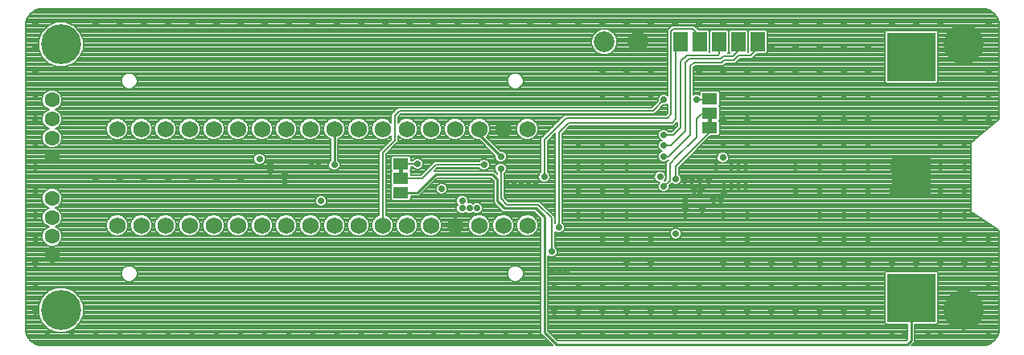
<source format=gbl>
G75*
%MOIN*%
%OFA0B0*%
%FSLAX25Y25*%
%IPPOS*%
%LPD*%
%AMOC8*
5,1,8,0,0,1.08239X$1,22.5*
%
%ADD10C,0.08600*%
%ADD11C,0.06900*%
%ADD12R,0.06300X0.04600*%
%ADD13C,0.01600*%
%ADD14R,0.16000X0.16000*%
%ADD15R,0.20000X0.20000*%
%ADD16C,0.06299*%
%ADD17R,0.05906X0.07874*%
%ADD18C,0.00800*%
%ADD19C,0.02800*%
%ADD20C,0.16598*%
%ADD21C,0.01000*%
D10*
X0270863Y0185293D03*
X0284642Y0185293D03*
D11*
X0238934Y0149128D03*
X0228934Y0149128D03*
X0218934Y0149128D03*
X0208934Y0149128D03*
X0198934Y0149128D03*
X0188934Y0149128D03*
X0178934Y0149128D03*
X0168934Y0149128D03*
X0158934Y0149128D03*
X0148934Y0149128D03*
X0138934Y0149128D03*
X0128934Y0149128D03*
X0118934Y0149128D03*
X0108934Y0149128D03*
X0098934Y0149128D03*
X0088934Y0149128D03*
X0078934Y0149128D03*
X0068934Y0149128D03*
X0068934Y0109128D03*
X0078934Y0109128D03*
X0088934Y0109128D03*
X0098934Y0109128D03*
X0108934Y0109128D03*
X0118934Y0109128D03*
X0128934Y0109128D03*
X0138934Y0109128D03*
X0148934Y0109128D03*
X0158934Y0109128D03*
X0168934Y0109128D03*
X0178934Y0109128D03*
X0188934Y0109128D03*
X0198934Y0109128D03*
X0208934Y0109128D03*
X0218934Y0109128D03*
X0228934Y0109128D03*
X0238934Y0109128D03*
D12*
X0186501Y0122805D03*
X0186501Y0128805D03*
X0186501Y0134805D03*
X0314422Y0149793D03*
X0314422Y0155793D03*
X0314422Y0161793D03*
D13*
X0314422Y0155793D02*
X0314422Y0150793D01*
X0186501Y0133805D02*
X0186501Y0128805D01*
D14*
X0398028Y0129159D03*
D15*
X0398028Y0179159D03*
X0398028Y0079159D03*
D16*
X0041926Y0096781D03*
X0041926Y0104655D03*
X0041926Y0112529D03*
X0041926Y0120403D03*
X0041926Y0137600D03*
X0041926Y0145474D03*
X0041926Y0153348D03*
X0041926Y0161222D03*
D17*
X0302418Y0185293D03*
X0310418Y0185293D03*
X0318418Y0185293D03*
X0326418Y0185293D03*
X0334418Y0185293D03*
D18*
X0037784Y0059301D02*
X0036709Y0059385D01*
X0034663Y0060050D01*
X0032923Y0061314D01*
X0031659Y0063054D01*
X0030995Y0065100D01*
X0030910Y0066175D01*
X0030910Y0192159D01*
X0030995Y0193234D01*
X0031659Y0195280D01*
X0032923Y0197020D01*
X0034663Y0198284D01*
X0036709Y0198949D01*
X0037784Y0199033D01*
X0427548Y0199033D01*
X0428623Y0198949D01*
X0430669Y0198284D01*
X0432409Y0197020D01*
X0433673Y0195280D01*
X0434337Y0193234D01*
X0434422Y0192159D01*
X0434422Y0191745D01*
X0434430Y0191737D01*
X0434430Y0153250D01*
X0423257Y0143939D01*
X0423205Y0143939D01*
X0422944Y0143678D01*
X0422660Y0143442D01*
X0422656Y0143390D01*
X0422619Y0143353D01*
X0422619Y0142984D01*
X0422585Y0142617D01*
X0422619Y0142577D01*
X0422619Y0115682D01*
X0422557Y0115590D01*
X0422619Y0115281D01*
X0422619Y0114965D01*
X0422698Y0114887D01*
X0422719Y0114777D01*
X0422982Y0114603D01*
X0423205Y0114380D01*
X0423316Y0114380D01*
X0434430Y0106970D01*
X0434430Y0066597D01*
X0434422Y0066589D01*
X0434422Y0066175D01*
X0434337Y0065100D01*
X0433673Y0063054D01*
X0432409Y0061314D01*
X0430669Y0060050D01*
X0428623Y0059385D01*
X0427548Y0059301D01*
X0398051Y0059301D01*
X0399528Y0060778D01*
X0399528Y0068159D01*
X0408442Y0068159D01*
X0409028Y0068745D01*
X0409028Y0089573D01*
X0408442Y0090159D01*
X0387614Y0090159D01*
X0387028Y0089573D01*
X0387028Y0068745D01*
X0387614Y0068159D01*
X0396528Y0068159D01*
X0396528Y0062021D01*
X0395801Y0061293D01*
X0251543Y0061293D01*
X0247422Y0065414D01*
X0247422Y0096399D01*
X0247562Y0096258D01*
X0248445Y0095893D01*
X0249399Y0095893D01*
X0250281Y0096258D01*
X0250957Y0096933D01*
X0251322Y0097816D01*
X0251322Y0098770D01*
X0250957Y0099652D01*
X0250322Y0100287D01*
X0250322Y0106499D01*
X0250562Y0106258D01*
X0251445Y0105893D01*
X0252399Y0105893D01*
X0253281Y0106258D01*
X0253957Y0106933D01*
X0254322Y0107816D01*
X0254322Y0108770D01*
X0253957Y0109652D01*
X0253322Y0110287D01*
X0253322Y0147213D01*
X0256502Y0150393D01*
X0299502Y0150393D01*
X0301002Y0151893D01*
X0301022Y0151913D01*
X0301022Y0150373D01*
X0298842Y0148193D01*
X0297416Y0148193D01*
X0296781Y0148828D01*
X0295899Y0149193D01*
X0294945Y0149193D01*
X0294062Y0148828D01*
X0293387Y0148152D01*
X0293022Y0147270D01*
X0293022Y0146316D01*
X0293387Y0145433D01*
X0294062Y0144758D01*
X0294582Y0144543D01*
X0294062Y0144328D01*
X0293387Y0143652D01*
X0293022Y0142770D01*
X0293022Y0141816D01*
X0293387Y0140933D01*
X0294062Y0140258D01*
X0294582Y0140043D01*
X0294062Y0139828D01*
X0293387Y0139152D01*
X0293022Y0138270D01*
X0293022Y0137316D01*
X0293387Y0136433D01*
X0294062Y0135758D01*
X0294945Y0135393D01*
X0295899Y0135393D01*
X0296781Y0135758D01*
X0297416Y0136393D01*
X0297542Y0136393D01*
X0296522Y0135373D01*
X0296522Y0128373D01*
X0295842Y0127693D01*
X0295716Y0127693D01*
X0295957Y0127933D01*
X0296322Y0128816D01*
X0296322Y0129770D01*
X0295957Y0130652D01*
X0295281Y0131328D01*
X0294399Y0131693D01*
X0293445Y0131693D01*
X0292562Y0131328D01*
X0291887Y0130652D01*
X0291522Y0129770D01*
X0291522Y0128816D01*
X0291887Y0127933D01*
X0292562Y0127258D01*
X0293445Y0126893D01*
X0293628Y0126893D01*
X0293387Y0126652D01*
X0293022Y0125770D01*
X0293022Y0124816D01*
X0293387Y0123933D01*
X0294062Y0123258D01*
X0294945Y0122893D01*
X0295899Y0122893D01*
X0296781Y0123258D01*
X0297457Y0123933D01*
X0297822Y0124816D01*
X0297822Y0125713D01*
X0298502Y0126393D01*
X0298715Y0126606D01*
X0299062Y0126258D01*
X0299945Y0125893D01*
X0300899Y0125893D01*
X0301781Y0126258D01*
X0302457Y0126933D01*
X0302822Y0127816D01*
X0302822Y0128770D01*
X0302457Y0129652D01*
X0301822Y0130287D01*
X0301822Y0133213D01*
X0314502Y0145893D01*
X0315102Y0146493D01*
X0317986Y0146493D01*
X0318572Y0147079D01*
X0318572Y0152507D01*
X0318286Y0152793D01*
X0318572Y0153079D01*
X0318572Y0158507D01*
X0318286Y0158793D01*
X0318572Y0159079D01*
X0318572Y0164507D01*
X0317986Y0165093D01*
X0310858Y0165093D01*
X0310272Y0164507D01*
X0310272Y0163332D01*
X0309399Y0163693D01*
X0308445Y0163693D01*
X0307822Y0163435D01*
X0307822Y0174713D01*
X0308502Y0175393D01*
X0320002Y0175393D01*
X0321002Y0176393D01*
X0325002Y0176393D01*
X0325822Y0177213D01*
X0327002Y0178393D01*
X0332002Y0178393D01*
X0333965Y0180356D01*
X0337785Y0180356D01*
X0338371Y0180942D01*
X0338371Y0189644D01*
X0337785Y0190230D01*
X0331051Y0190230D01*
X0330465Y0189644D01*
X0330465Y0181193D01*
X0330371Y0181193D01*
X0330371Y0189644D01*
X0329785Y0190230D01*
X0323051Y0190230D01*
X0322465Y0189644D01*
X0322465Y0180942D01*
X0322714Y0180693D01*
X0322122Y0180693D01*
X0322371Y0180942D01*
X0322371Y0189644D01*
X0321785Y0190230D01*
X0315051Y0190230D01*
X0314465Y0189644D01*
X0314465Y0181193D01*
X0314371Y0181193D01*
X0314371Y0189644D01*
X0313785Y0190230D01*
X0309965Y0190230D01*
X0308002Y0192193D01*
X0298842Y0192193D01*
X0298022Y0191373D01*
X0297022Y0190373D01*
X0297022Y0163087D01*
X0296781Y0163328D01*
X0295899Y0163693D01*
X0294945Y0163693D01*
X0294062Y0163328D01*
X0293387Y0162652D01*
X0293022Y0161770D01*
X0293022Y0160873D01*
X0290342Y0158193D01*
X0185342Y0158193D01*
X0184522Y0157373D01*
X0182522Y0155373D01*
X0182522Y0151833D01*
X0181454Y0152900D01*
X0179819Y0153578D01*
X0178049Y0153578D01*
X0176413Y0152900D01*
X0175161Y0151648D01*
X0174484Y0150013D01*
X0174484Y0148242D01*
X0175161Y0146607D01*
X0176413Y0145355D01*
X0178049Y0144678D01*
X0179819Y0144678D01*
X0181454Y0145355D01*
X0182522Y0146423D01*
X0182522Y0144873D01*
X0177534Y0139885D01*
X0177534Y0113364D01*
X0176413Y0112900D01*
X0175161Y0111648D01*
X0174484Y0110013D01*
X0174484Y0108242D01*
X0175161Y0106607D01*
X0176413Y0105355D01*
X0178049Y0104678D01*
X0179819Y0104678D01*
X0181454Y0105355D01*
X0182706Y0106607D01*
X0183384Y0108242D01*
X0183384Y0110013D01*
X0182706Y0111648D01*
X0181454Y0112900D01*
X0180334Y0113364D01*
X0180334Y0138725D01*
X0184502Y0142893D01*
X0185322Y0143713D01*
X0185322Y0146446D01*
X0186413Y0145355D01*
X0188049Y0144678D01*
X0189819Y0144678D01*
X0191454Y0145355D01*
X0192706Y0146607D01*
X0193384Y0148242D01*
X0193384Y0150013D01*
X0192706Y0151648D01*
X0191454Y0152900D01*
X0189819Y0153578D01*
X0188049Y0153578D01*
X0186413Y0152900D01*
X0185322Y0151809D01*
X0185322Y0154213D01*
X0186502Y0155393D01*
X0291502Y0155393D01*
X0292322Y0156213D01*
X0295002Y0158893D01*
X0295899Y0158893D01*
X0296781Y0159258D01*
X0297022Y0159499D01*
X0297022Y0155873D01*
X0296342Y0155193D01*
X0254342Y0155193D01*
X0253522Y0154373D01*
X0253522Y0154373D01*
X0244522Y0145373D01*
X0244522Y0131287D01*
X0243887Y0130652D01*
X0243522Y0129770D01*
X0243522Y0128816D01*
X0243887Y0127933D01*
X0244562Y0127258D01*
X0245445Y0126893D01*
X0246399Y0126893D01*
X0247281Y0127258D01*
X0247957Y0127933D01*
X0248322Y0128816D01*
X0248322Y0129770D01*
X0247957Y0130652D01*
X0247322Y0131287D01*
X0247322Y0144213D01*
X0250522Y0147413D01*
X0250522Y0110287D01*
X0250322Y0110087D01*
X0250322Y0112873D01*
X0249502Y0113693D01*
X0244002Y0119193D01*
X0231002Y0119193D01*
X0229322Y0120873D01*
X0229322Y0130799D01*
X0229957Y0131433D01*
X0230322Y0132316D01*
X0230322Y0133270D01*
X0229957Y0134152D01*
X0244522Y0134152D01*
X0244522Y0134950D02*
X0228986Y0134950D01*
X0229281Y0134828D02*
X0228399Y0135193D01*
X0227445Y0135193D01*
X0226562Y0134828D01*
X0225887Y0134152D01*
X0223322Y0134152D01*
X0223322Y0133816D02*
X0223322Y0134770D01*
X0222957Y0135652D01*
X0222281Y0136328D01*
X0221399Y0136693D01*
X0220445Y0136693D01*
X0219562Y0136328D01*
X0218928Y0135693D01*
X0200342Y0135693D01*
X0199522Y0134873D01*
X0194854Y0130205D01*
X0190651Y0130205D01*
X0190651Y0131519D01*
X0190365Y0131805D01*
X0190651Y0132091D01*
X0190651Y0133405D01*
X0191416Y0133405D01*
X0192062Y0132758D01*
X0192945Y0132393D01*
X0193899Y0132393D01*
X0194781Y0132758D01*
X0195457Y0133433D01*
X0195822Y0134316D01*
X0195822Y0135270D01*
X0195457Y0136152D01*
X0194781Y0136828D01*
X0193899Y0137193D01*
X0192945Y0137193D01*
X0192062Y0136828D01*
X0191440Y0136205D01*
X0190651Y0136205D01*
X0190651Y0137519D01*
X0190065Y0138105D01*
X0182936Y0138105D01*
X0182351Y0137519D01*
X0182351Y0132091D01*
X0182636Y0131805D01*
X0182351Y0131519D01*
X0182351Y0126091D01*
X0182636Y0125805D01*
X0182351Y0125519D01*
X0182351Y0120091D01*
X0182936Y0119505D01*
X0190065Y0119505D01*
X0190651Y0120091D01*
X0190651Y0121305D01*
X0194055Y0121305D01*
X0201543Y0128793D01*
X0223801Y0128793D01*
X0224922Y0127672D01*
X0224922Y0118672D01*
X0225801Y0117793D01*
X0228801Y0114793D01*
X0241801Y0114793D01*
X0244422Y0112172D01*
X0244422Y0064172D01*
X0245301Y0063293D01*
X0249293Y0059301D01*
X0037784Y0059301D01*
X0035156Y0059890D02*
X0248704Y0059890D01*
X0247905Y0060689D02*
X0033785Y0060689D01*
X0032798Y0061487D02*
X0247107Y0061487D01*
X0246308Y0062286D02*
X0032218Y0062286D01*
X0031650Y0063084D02*
X0245510Y0063084D01*
X0244711Y0063883D02*
X0031390Y0063883D01*
X0031131Y0064681D02*
X0244422Y0064681D01*
X0244422Y0065480D02*
X0049297Y0065480D01*
X0050934Y0066158D02*
X0053549Y0068773D01*
X0054965Y0072191D01*
X0054965Y0075891D01*
X0053549Y0079309D01*
X0050934Y0081924D01*
X0047516Y0083340D01*
X0043816Y0083340D01*
X0040398Y0081924D01*
X0037783Y0079309D01*
X0036367Y0075891D01*
X0036367Y0072191D01*
X0037783Y0068773D01*
X0040398Y0066158D01*
X0043816Y0064742D01*
X0047516Y0064742D01*
X0050934Y0066158D01*
X0051054Y0066278D02*
X0244422Y0066278D01*
X0244422Y0067077D02*
X0051853Y0067077D01*
X0052651Y0067875D02*
X0244422Y0067875D01*
X0244422Y0068674D02*
X0053450Y0068674D01*
X0053839Y0069472D02*
X0244422Y0069472D01*
X0244422Y0070271D02*
X0054170Y0070271D01*
X0054500Y0071069D02*
X0244422Y0071069D01*
X0244422Y0071868D02*
X0054831Y0071868D01*
X0054965Y0072666D02*
X0244422Y0072666D01*
X0244422Y0073465D02*
X0054965Y0073465D01*
X0054965Y0074263D02*
X0244422Y0074263D01*
X0244422Y0075062D02*
X0054965Y0075062D01*
X0054965Y0075860D02*
X0244422Y0075860D01*
X0244422Y0076659D02*
X0054647Y0076659D01*
X0054316Y0077457D02*
X0244422Y0077457D01*
X0244422Y0078256D02*
X0053986Y0078256D01*
X0053655Y0079054D02*
X0244422Y0079054D01*
X0244422Y0079853D02*
X0053005Y0079853D01*
X0052207Y0080651D02*
X0244422Y0080651D01*
X0244422Y0081450D02*
X0051408Y0081450D01*
X0050152Y0082248D02*
X0244422Y0082248D01*
X0244422Y0083047D02*
X0048224Y0083047D01*
X0043108Y0083047D02*
X0030910Y0083047D01*
X0030910Y0083845D02*
X0244422Y0083845D01*
X0244422Y0084644D02*
X0030910Y0084644D01*
X0030910Y0085442D02*
X0244422Y0085442D01*
X0244422Y0086241D02*
X0235750Y0086241D01*
X0235838Y0086277D02*
X0236784Y0087223D01*
X0237296Y0088459D01*
X0237296Y0089796D01*
X0236784Y0091032D01*
X0244422Y0091032D01*
X0244422Y0091830D02*
X0235986Y0091830D01*
X0235838Y0091978D02*
X0234603Y0092490D01*
X0233265Y0092490D01*
X0232029Y0091978D01*
X0231083Y0091032D01*
X0076784Y0091032D01*
X0075838Y0091978D01*
X0074603Y0092490D01*
X0073265Y0092490D01*
X0072029Y0091978D01*
X0071083Y0091032D01*
X0030910Y0091032D01*
X0030910Y0091830D02*
X0071882Y0091830D01*
X0071083Y0091032D02*
X0070572Y0089796D01*
X0070572Y0088459D01*
X0071083Y0087223D01*
X0072029Y0086277D01*
X0073265Y0085765D01*
X0074603Y0085765D01*
X0075838Y0086277D01*
X0076784Y0087223D01*
X0077296Y0088459D01*
X0077296Y0089796D01*
X0076784Y0091032D01*
X0077115Y0090233D02*
X0230753Y0090233D01*
X0230572Y0089796D02*
X0230572Y0088459D01*
X0231083Y0087223D01*
X0232029Y0086277D01*
X0233265Y0085765D01*
X0234603Y0085765D01*
X0235838Y0086277D01*
X0236600Y0087039D02*
X0244422Y0087039D01*
X0244422Y0087838D02*
X0237039Y0087838D01*
X0237296Y0088636D02*
X0244422Y0088636D01*
X0244422Y0089435D02*
X0237296Y0089435D01*
X0237115Y0090233D02*
X0244422Y0090233D01*
X0244422Y0092629D02*
X0030910Y0092629D01*
X0030910Y0093427D02*
X0244422Y0093427D01*
X0244422Y0094226D02*
X0030910Y0094226D01*
X0030910Y0095025D02*
X0244422Y0095025D01*
X0244422Y0095823D02*
X0030910Y0095823D01*
X0030910Y0096622D02*
X0244422Y0096622D01*
X0244422Y0097420D02*
X0030910Y0097420D01*
X0030910Y0098219D02*
X0244422Y0098219D01*
X0244422Y0099017D02*
X0030910Y0099017D01*
X0030910Y0099816D02*
X0244422Y0099816D01*
X0244422Y0100614D02*
X0043013Y0100614D01*
X0042751Y0100506D02*
X0044276Y0101137D01*
X0045444Y0102305D01*
X0046075Y0103830D01*
X0046075Y0105481D01*
X0045444Y0107006D01*
X0044276Y0108173D01*
X0043264Y0108592D01*
X0044276Y0109011D01*
X0045444Y0110179D01*
X0046075Y0111704D01*
X0046075Y0113355D01*
X0045444Y0114880D01*
X0044276Y0116047D01*
X0043264Y0116466D01*
X0044276Y0116885D01*
X0045444Y0118053D01*
X0046075Y0119578D01*
X0046075Y0121229D01*
X0045444Y0122754D01*
X0044276Y0123921D01*
X0042751Y0124553D01*
X0041100Y0124553D01*
X0039575Y0123921D01*
X0038408Y0122754D01*
X0037776Y0121229D01*
X0037776Y0119578D01*
X0038408Y0118053D01*
X0039575Y0116885D01*
X0040587Y0116466D01*
X0039575Y0116047D01*
X0038408Y0114880D01*
X0037776Y0113355D01*
X0037776Y0111704D01*
X0038408Y0110179D01*
X0039575Y0109011D01*
X0040587Y0108592D01*
X0039575Y0108173D01*
X0038408Y0107006D01*
X0037776Y0105481D01*
X0037776Y0103830D01*
X0038408Y0102305D01*
X0039575Y0101137D01*
X0041100Y0100506D01*
X0042751Y0100506D01*
X0040838Y0100614D02*
X0030910Y0100614D01*
X0030910Y0101413D02*
X0039300Y0101413D01*
X0038502Y0102211D02*
X0030910Y0102211D01*
X0030910Y0103010D02*
X0038116Y0103010D01*
X0037785Y0103808D02*
X0030910Y0103808D01*
X0030910Y0104607D02*
X0037776Y0104607D01*
X0037776Y0105405D02*
X0030910Y0105405D01*
X0030910Y0106204D02*
X0038076Y0106204D01*
X0038407Y0107002D02*
X0030910Y0107002D01*
X0030910Y0107801D02*
X0039203Y0107801D01*
X0040570Y0108599D02*
X0030910Y0108599D01*
X0030910Y0109398D02*
X0039189Y0109398D01*
X0038401Y0110196D02*
X0030910Y0110196D01*
X0030910Y0110995D02*
X0038070Y0110995D01*
X0037776Y0111793D02*
X0030910Y0111793D01*
X0030910Y0112592D02*
X0037776Y0112592D01*
X0037791Y0113390D02*
X0030910Y0113390D01*
X0030910Y0114189D02*
X0038122Y0114189D01*
X0038516Y0114987D02*
X0030910Y0114987D01*
X0030910Y0115786D02*
X0039314Y0115786D01*
X0040302Y0116584D02*
X0030910Y0116584D01*
X0030910Y0117383D02*
X0039078Y0117383D01*
X0038355Y0118181D02*
X0030910Y0118181D01*
X0030910Y0118980D02*
X0038024Y0118980D01*
X0037776Y0119778D02*
X0030910Y0119778D01*
X0030910Y0120577D02*
X0037776Y0120577D01*
X0037837Y0121375D02*
X0030910Y0121375D01*
X0030910Y0122174D02*
X0038168Y0122174D01*
X0038627Y0122972D02*
X0030910Y0122972D01*
X0030910Y0123771D02*
X0039425Y0123771D01*
X0044427Y0123771D02*
X0177534Y0123771D01*
X0177534Y0124569D02*
X0030910Y0124569D01*
X0030910Y0125368D02*
X0177534Y0125368D01*
X0177534Y0126166D02*
X0030910Y0126166D01*
X0030910Y0126965D02*
X0177534Y0126965D01*
X0177534Y0127763D02*
X0030910Y0127763D01*
X0030910Y0128562D02*
X0177534Y0128562D01*
X0177534Y0129360D02*
X0030910Y0129360D01*
X0030910Y0130159D02*
X0177534Y0130159D01*
X0177534Y0130958D02*
X0030910Y0130958D01*
X0030910Y0131756D02*
X0177534Y0131756D01*
X0177534Y0132555D02*
X0160578Y0132555D01*
X0160281Y0132258D02*
X0160957Y0132933D01*
X0161322Y0133816D01*
X0161322Y0134770D01*
X0160957Y0135652D01*
X0160422Y0136187D01*
X0160422Y0144927D01*
X0161454Y0145355D01*
X0162706Y0146607D01*
X0163384Y0148242D01*
X0163384Y0150013D01*
X0162706Y0151648D01*
X0161454Y0152900D01*
X0159819Y0153578D01*
X0158049Y0153578D01*
X0156413Y0152900D01*
X0155161Y0151648D01*
X0154484Y0150013D01*
X0154484Y0148242D01*
X0155161Y0146607D01*
X0156413Y0145355D01*
X0157422Y0144937D01*
X0157422Y0136187D01*
X0156887Y0135652D01*
X0156522Y0134770D01*
X0156522Y0133816D01*
X0156887Y0132933D01*
X0157562Y0132258D01*
X0158445Y0131893D01*
X0159399Y0131893D01*
X0160281Y0132258D01*
X0161130Y0133353D02*
X0177534Y0133353D01*
X0177534Y0134152D02*
X0161322Y0134152D01*
X0161247Y0134950D02*
X0177534Y0134950D01*
X0177534Y0135749D02*
X0160860Y0135749D01*
X0160422Y0136547D02*
X0177534Y0136547D01*
X0177534Y0137346D02*
X0160422Y0137346D01*
X0160422Y0138144D02*
X0177534Y0138144D01*
X0177534Y0138943D02*
X0160422Y0138943D01*
X0160422Y0139741D02*
X0177534Y0139741D01*
X0178189Y0140540D02*
X0160422Y0140540D01*
X0160422Y0141338D02*
X0178987Y0141338D01*
X0179786Y0142137D02*
X0160422Y0142137D01*
X0160422Y0142935D02*
X0180584Y0142935D01*
X0181383Y0143734D02*
X0160422Y0143734D01*
X0160422Y0144532D02*
X0182181Y0144532D01*
X0182522Y0145331D02*
X0181396Y0145331D01*
X0182229Y0146129D02*
X0182522Y0146129D01*
X0183922Y0144293D02*
X0183922Y0154793D01*
X0185922Y0156793D01*
X0290922Y0156793D01*
X0295422Y0161293D01*
X0293022Y0161301D02*
X0046075Y0161301D01*
X0046075Y0162048D02*
X0045444Y0163573D01*
X0044276Y0164740D01*
X0042751Y0165372D01*
X0041100Y0165372D01*
X0039575Y0164740D01*
X0038408Y0163573D01*
X0037776Y0162048D01*
X0037776Y0160397D01*
X0038408Y0158872D01*
X0039575Y0157704D01*
X0040587Y0157285D01*
X0039575Y0156866D01*
X0038408Y0155699D01*
X0037776Y0154174D01*
X0037776Y0152523D01*
X0038408Y0150998D01*
X0039575Y0149830D01*
X0040587Y0149411D01*
X0039575Y0148992D01*
X0038408Y0147825D01*
X0037776Y0146299D01*
X0037776Y0144649D01*
X0038408Y0143124D01*
X0039575Y0141956D01*
X0041100Y0141324D01*
X0042751Y0141324D01*
X0044276Y0141956D01*
X0045444Y0143124D01*
X0046075Y0144649D01*
X0046075Y0146299D01*
X0045444Y0147825D01*
X0044276Y0148992D01*
X0043264Y0149411D01*
X0044276Y0149830D01*
X0045444Y0150998D01*
X0046075Y0152523D01*
X0046075Y0154174D01*
X0045444Y0155699D01*
X0044276Y0156866D01*
X0043264Y0157285D01*
X0044276Y0157704D01*
X0045444Y0158872D01*
X0046075Y0160397D01*
X0046075Y0162048D01*
X0046054Y0162099D02*
X0293158Y0162099D01*
X0293633Y0162898D02*
X0045723Y0162898D01*
X0045320Y0163696D02*
X0297022Y0163696D01*
X0297022Y0164495D02*
X0044521Y0164495D01*
X0042940Y0165294D02*
X0297022Y0165294D01*
X0297022Y0166092D02*
X0235391Y0166092D01*
X0235838Y0166277D02*
X0236784Y0167223D01*
X0237296Y0168459D01*
X0237296Y0169796D01*
X0236784Y0171032D01*
X0235838Y0171978D01*
X0234603Y0172490D01*
X0233265Y0172490D01*
X0232029Y0171978D01*
X0231083Y0171032D01*
X0230572Y0169796D01*
X0230572Y0168459D01*
X0231083Y0167223D01*
X0232029Y0166277D01*
X0233265Y0165765D01*
X0234603Y0165765D01*
X0235838Y0166277D01*
X0236451Y0166891D02*
X0297022Y0166891D01*
X0297022Y0167689D02*
X0236977Y0167689D01*
X0237296Y0168488D02*
X0297022Y0168488D01*
X0297022Y0169286D02*
X0237296Y0169286D01*
X0237177Y0170085D02*
X0297022Y0170085D01*
X0297022Y0170883D02*
X0236846Y0170883D01*
X0236135Y0171682D02*
X0297022Y0171682D01*
X0297022Y0172480D02*
X0234626Y0172480D01*
X0233241Y0172480D02*
X0074626Y0172480D01*
X0074603Y0172490D02*
X0073265Y0172490D01*
X0072029Y0171978D01*
X0071083Y0171032D01*
X0070572Y0169796D01*
X0070572Y0168459D01*
X0071083Y0167223D01*
X0072029Y0166277D01*
X0073265Y0165765D01*
X0074603Y0165765D01*
X0075838Y0166277D01*
X0076784Y0167223D01*
X0077296Y0168459D01*
X0077296Y0169796D01*
X0076784Y0171032D01*
X0075838Y0171978D01*
X0074603Y0172490D01*
X0073241Y0172480D02*
X0030910Y0172480D01*
X0030910Y0171682D02*
X0071733Y0171682D01*
X0071022Y0170883D02*
X0030910Y0170883D01*
X0030910Y0170085D02*
X0070691Y0170085D01*
X0070572Y0169286D02*
X0030910Y0169286D01*
X0030910Y0168488D02*
X0070572Y0168488D01*
X0070890Y0167689D02*
X0030910Y0167689D01*
X0030910Y0166891D02*
X0071416Y0166891D01*
X0072476Y0166092D02*
X0030910Y0166092D01*
X0030910Y0165294D02*
X0040912Y0165294D01*
X0039330Y0164495D02*
X0030910Y0164495D01*
X0030910Y0163696D02*
X0038532Y0163696D01*
X0038129Y0162898D02*
X0030910Y0162898D01*
X0030910Y0162099D02*
X0037798Y0162099D01*
X0037776Y0161301D02*
X0030910Y0161301D01*
X0030910Y0160502D02*
X0037776Y0160502D01*
X0038063Y0159704D02*
X0030910Y0159704D01*
X0030910Y0158905D02*
X0038394Y0158905D01*
X0039173Y0158107D02*
X0030910Y0158107D01*
X0030910Y0157308D02*
X0040531Y0157308D01*
X0039219Y0156510D02*
X0030910Y0156510D01*
X0030910Y0155711D02*
X0038421Y0155711D01*
X0038082Y0154913D02*
X0030910Y0154913D01*
X0030910Y0154114D02*
X0037776Y0154114D01*
X0037776Y0153316D02*
X0030910Y0153316D01*
X0030910Y0152517D02*
X0037778Y0152517D01*
X0038109Y0151719D02*
X0030910Y0151719D01*
X0030910Y0150920D02*
X0038485Y0150920D01*
X0039284Y0150122D02*
X0030910Y0150122D01*
X0030910Y0149323D02*
X0040375Y0149323D01*
X0039108Y0148525D02*
X0030910Y0148525D01*
X0030910Y0147726D02*
X0038367Y0147726D01*
X0038036Y0146928D02*
X0030910Y0146928D01*
X0030910Y0146129D02*
X0037776Y0146129D01*
X0037776Y0145331D02*
X0030910Y0145331D01*
X0030910Y0144532D02*
X0037824Y0144532D01*
X0038155Y0143734D02*
X0030910Y0143734D01*
X0030910Y0142935D02*
X0038596Y0142935D01*
X0039395Y0142137D02*
X0030910Y0142137D01*
X0030910Y0141338D02*
X0041067Y0141338D01*
X0042784Y0141338D02*
X0157422Y0141338D01*
X0157422Y0140540D02*
X0030910Y0140540D01*
X0030910Y0139741D02*
X0157422Y0139741D01*
X0157422Y0138943D02*
X0129004Y0138943D01*
X0129281Y0138828D02*
X0128399Y0139193D01*
X0127445Y0139193D01*
X0126562Y0138828D01*
X0125887Y0138152D01*
X0125522Y0137270D01*
X0125522Y0136316D01*
X0125887Y0135433D01*
X0126562Y0134758D01*
X0127445Y0134393D01*
X0128399Y0134393D01*
X0129281Y0134758D01*
X0129957Y0135433D01*
X0130322Y0136316D01*
X0130322Y0137270D01*
X0129957Y0138152D01*
X0129281Y0138828D01*
X0129960Y0138144D02*
X0157422Y0138144D01*
X0157422Y0137346D02*
X0130291Y0137346D01*
X0130322Y0136547D02*
X0157422Y0136547D01*
X0156983Y0135749D02*
X0130087Y0135749D01*
X0129473Y0134950D02*
X0156596Y0134950D01*
X0156522Y0134152D02*
X0030910Y0134152D01*
X0030910Y0134950D02*
X0126371Y0134950D01*
X0125757Y0135749D02*
X0030910Y0135749D01*
X0030910Y0136547D02*
X0125522Y0136547D01*
X0125553Y0137346D02*
X0030910Y0137346D01*
X0030910Y0138144D02*
X0125884Y0138144D01*
X0126840Y0138943D02*
X0030910Y0138943D01*
X0030910Y0133353D02*
X0156713Y0133353D01*
X0157266Y0132555D02*
X0030910Y0132555D01*
X0044457Y0142137D02*
X0157422Y0142137D01*
X0157422Y0142935D02*
X0045255Y0142935D01*
X0045696Y0143734D02*
X0157422Y0143734D01*
X0157422Y0144532D02*
X0046027Y0144532D01*
X0046075Y0145331D02*
X0066472Y0145331D01*
X0066413Y0145355D02*
X0068049Y0144678D01*
X0069819Y0144678D01*
X0071454Y0145355D01*
X0072706Y0146607D01*
X0073384Y0148242D01*
X0073384Y0150013D01*
X0072706Y0151648D01*
X0071454Y0152900D01*
X0069819Y0153578D01*
X0068049Y0153578D01*
X0066413Y0152900D01*
X0065161Y0151648D01*
X0064484Y0150013D01*
X0064484Y0148242D01*
X0065161Y0146607D01*
X0066413Y0145355D01*
X0065639Y0146129D02*
X0046075Y0146129D01*
X0045815Y0146928D02*
X0065028Y0146928D01*
X0064698Y0147726D02*
X0045484Y0147726D01*
X0044744Y0148525D02*
X0064484Y0148525D01*
X0064484Y0149323D02*
X0043476Y0149323D01*
X0044568Y0150122D02*
X0064529Y0150122D01*
X0064860Y0150920D02*
X0045366Y0150920D01*
X0045742Y0151719D02*
X0065232Y0151719D01*
X0066030Y0152517D02*
X0046073Y0152517D01*
X0046075Y0153316D02*
X0067417Y0153316D01*
X0070451Y0153316D02*
X0077417Y0153316D01*
X0078049Y0153578D02*
X0076413Y0152900D01*
X0075161Y0151648D01*
X0074484Y0150013D01*
X0074484Y0148242D01*
X0075161Y0146607D01*
X0076413Y0145355D01*
X0078049Y0144678D01*
X0079819Y0144678D01*
X0081454Y0145355D01*
X0082706Y0146607D01*
X0083384Y0148242D01*
X0083384Y0150013D01*
X0082706Y0151648D01*
X0081454Y0152900D01*
X0079819Y0153578D01*
X0078049Y0153578D01*
X0076030Y0152517D02*
X0071837Y0152517D01*
X0072636Y0151719D02*
X0075232Y0151719D01*
X0074860Y0150920D02*
X0073008Y0150920D01*
X0073339Y0150122D02*
X0074529Y0150122D01*
X0074484Y0149323D02*
X0073384Y0149323D01*
X0073384Y0148525D02*
X0074484Y0148525D01*
X0074698Y0147726D02*
X0073170Y0147726D01*
X0072839Y0146928D02*
X0075028Y0146928D01*
X0075639Y0146129D02*
X0072229Y0146129D01*
X0071396Y0145331D02*
X0076472Y0145331D01*
X0081396Y0145331D02*
X0086472Y0145331D01*
X0086413Y0145355D02*
X0088049Y0144678D01*
X0089819Y0144678D01*
X0091454Y0145355D01*
X0092706Y0146607D01*
X0093384Y0148242D01*
X0093384Y0150013D01*
X0092706Y0151648D01*
X0091454Y0152900D01*
X0089819Y0153578D01*
X0088049Y0153578D01*
X0086413Y0152900D01*
X0085161Y0151648D01*
X0084484Y0150013D01*
X0084484Y0148242D01*
X0085161Y0146607D01*
X0086413Y0145355D01*
X0085639Y0146129D02*
X0082229Y0146129D01*
X0082839Y0146928D02*
X0085028Y0146928D01*
X0084698Y0147726D02*
X0083170Y0147726D01*
X0083384Y0148525D02*
X0084484Y0148525D01*
X0084484Y0149323D02*
X0083384Y0149323D01*
X0083339Y0150122D02*
X0084529Y0150122D01*
X0084860Y0150920D02*
X0083008Y0150920D01*
X0082636Y0151719D02*
X0085232Y0151719D01*
X0086030Y0152517D02*
X0081837Y0152517D01*
X0080451Y0153316D02*
X0087417Y0153316D01*
X0090451Y0153316D02*
X0097417Y0153316D01*
X0098049Y0153578D02*
X0096413Y0152900D01*
X0095161Y0151648D01*
X0094484Y0150013D01*
X0094484Y0148242D01*
X0095161Y0146607D01*
X0096413Y0145355D01*
X0098049Y0144678D01*
X0099819Y0144678D01*
X0101454Y0145355D01*
X0102706Y0146607D01*
X0103384Y0148242D01*
X0103384Y0150013D01*
X0102706Y0151648D01*
X0101454Y0152900D01*
X0099819Y0153578D01*
X0098049Y0153578D01*
X0096030Y0152517D02*
X0091837Y0152517D01*
X0092636Y0151719D02*
X0095232Y0151719D01*
X0094860Y0150920D02*
X0093008Y0150920D01*
X0093339Y0150122D02*
X0094529Y0150122D01*
X0094484Y0149323D02*
X0093384Y0149323D01*
X0093384Y0148525D02*
X0094484Y0148525D01*
X0094698Y0147726D02*
X0093170Y0147726D01*
X0092839Y0146928D02*
X0095028Y0146928D01*
X0095639Y0146129D02*
X0092229Y0146129D01*
X0091396Y0145331D02*
X0096472Y0145331D01*
X0101396Y0145331D02*
X0106472Y0145331D01*
X0106413Y0145355D02*
X0108049Y0144678D01*
X0109819Y0144678D01*
X0111454Y0145355D01*
X0112706Y0146607D01*
X0113384Y0148242D01*
X0113384Y0150013D01*
X0112706Y0151648D01*
X0111454Y0152900D01*
X0109819Y0153578D01*
X0108049Y0153578D01*
X0106413Y0152900D01*
X0105161Y0151648D01*
X0104484Y0150013D01*
X0104484Y0148242D01*
X0105161Y0146607D01*
X0106413Y0145355D01*
X0105639Y0146129D02*
X0102229Y0146129D01*
X0102839Y0146928D02*
X0105028Y0146928D01*
X0104698Y0147726D02*
X0103170Y0147726D01*
X0103384Y0148525D02*
X0104484Y0148525D01*
X0104484Y0149323D02*
X0103384Y0149323D01*
X0103339Y0150122D02*
X0104529Y0150122D01*
X0104860Y0150920D02*
X0103008Y0150920D01*
X0102636Y0151719D02*
X0105232Y0151719D01*
X0106030Y0152517D02*
X0101837Y0152517D01*
X0100451Y0153316D02*
X0107417Y0153316D01*
X0110451Y0153316D02*
X0117417Y0153316D01*
X0118049Y0153578D02*
X0116413Y0152900D01*
X0115161Y0151648D01*
X0114484Y0150013D01*
X0114484Y0148242D01*
X0115161Y0146607D01*
X0116413Y0145355D01*
X0118049Y0144678D01*
X0119819Y0144678D01*
X0121454Y0145355D01*
X0122706Y0146607D01*
X0123384Y0148242D01*
X0123384Y0150013D01*
X0122706Y0151648D01*
X0121454Y0152900D01*
X0119819Y0153578D01*
X0118049Y0153578D01*
X0116030Y0152517D02*
X0111837Y0152517D01*
X0112636Y0151719D02*
X0115232Y0151719D01*
X0114860Y0150920D02*
X0113008Y0150920D01*
X0113339Y0150122D02*
X0114529Y0150122D01*
X0114484Y0149323D02*
X0113384Y0149323D01*
X0113384Y0148525D02*
X0114484Y0148525D01*
X0114698Y0147726D02*
X0113170Y0147726D01*
X0112839Y0146928D02*
X0115028Y0146928D01*
X0115639Y0146129D02*
X0112229Y0146129D01*
X0111396Y0145331D02*
X0116472Y0145331D01*
X0121396Y0145331D02*
X0126472Y0145331D01*
X0126413Y0145355D02*
X0128049Y0144678D01*
X0129819Y0144678D01*
X0131454Y0145355D01*
X0132706Y0146607D01*
X0133384Y0148242D01*
X0133384Y0150013D01*
X0132706Y0151648D01*
X0131454Y0152900D01*
X0129819Y0153578D01*
X0128049Y0153578D01*
X0126413Y0152900D01*
X0125161Y0151648D01*
X0124484Y0150013D01*
X0124484Y0148242D01*
X0125161Y0146607D01*
X0126413Y0145355D01*
X0125639Y0146129D02*
X0122229Y0146129D01*
X0122839Y0146928D02*
X0125028Y0146928D01*
X0124698Y0147726D02*
X0123170Y0147726D01*
X0123384Y0148525D02*
X0124484Y0148525D01*
X0124484Y0149323D02*
X0123384Y0149323D01*
X0123339Y0150122D02*
X0124529Y0150122D01*
X0124860Y0150920D02*
X0123008Y0150920D01*
X0122636Y0151719D02*
X0125232Y0151719D01*
X0126030Y0152517D02*
X0121837Y0152517D01*
X0120451Y0153316D02*
X0127417Y0153316D01*
X0130451Y0153316D02*
X0137417Y0153316D01*
X0138049Y0153578D02*
X0136413Y0152900D01*
X0135161Y0151648D01*
X0134484Y0150013D01*
X0134484Y0148242D01*
X0135161Y0146607D01*
X0136413Y0145355D01*
X0138049Y0144678D01*
X0139819Y0144678D01*
X0141454Y0145355D01*
X0142706Y0146607D01*
X0143384Y0148242D01*
X0143384Y0150013D01*
X0142706Y0151648D01*
X0141454Y0152900D01*
X0139819Y0153578D01*
X0138049Y0153578D01*
X0136030Y0152517D02*
X0131837Y0152517D01*
X0132636Y0151719D02*
X0135232Y0151719D01*
X0134860Y0150920D02*
X0133008Y0150920D01*
X0133339Y0150122D02*
X0134529Y0150122D01*
X0134484Y0149323D02*
X0133384Y0149323D01*
X0133384Y0148525D02*
X0134484Y0148525D01*
X0134698Y0147726D02*
X0133170Y0147726D01*
X0132839Y0146928D02*
X0135028Y0146928D01*
X0135639Y0146129D02*
X0132229Y0146129D01*
X0131396Y0145331D02*
X0136472Y0145331D01*
X0141396Y0145331D02*
X0146472Y0145331D01*
X0146413Y0145355D02*
X0148049Y0144678D01*
X0149819Y0144678D01*
X0151454Y0145355D01*
X0152706Y0146607D01*
X0153384Y0148242D01*
X0153384Y0150013D01*
X0152706Y0151648D01*
X0151454Y0152900D01*
X0149819Y0153578D01*
X0148049Y0153578D01*
X0146413Y0152900D01*
X0145161Y0151648D01*
X0144484Y0150013D01*
X0144484Y0148242D01*
X0145161Y0146607D01*
X0146413Y0145355D01*
X0145639Y0146129D02*
X0142229Y0146129D01*
X0142839Y0146928D02*
X0145028Y0146928D01*
X0144698Y0147726D02*
X0143170Y0147726D01*
X0143384Y0148525D02*
X0144484Y0148525D01*
X0144484Y0149323D02*
X0143384Y0149323D01*
X0143339Y0150122D02*
X0144529Y0150122D01*
X0144860Y0150920D02*
X0143008Y0150920D01*
X0142636Y0151719D02*
X0145232Y0151719D01*
X0146030Y0152517D02*
X0141837Y0152517D01*
X0140451Y0153316D02*
X0147417Y0153316D01*
X0150451Y0153316D02*
X0157417Y0153316D01*
X0156030Y0152517D02*
X0151837Y0152517D01*
X0152636Y0151719D02*
X0155232Y0151719D01*
X0154860Y0150920D02*
X0153008Y0150920D01*
X0153339Y0150122D02*
X0154529Y0150122D01*
X0154484Y0149323D02*
X0153384Y0149323D01*
X0153384Y0148525D02*
X0154484Y0148525D01*
X0154698Y0147726D02*
X0153170Y0147726D01*
X0152839Y0146928D02*
X0155028Y0146928D01*
X0155639Y0146129D02*
X0152229Y0146129D01*
X0151396Y0145331D02*
X0156472Y0145331D01*
X0161396Y0145331D02*
X0166472Y0145331D01*
X0166413Y0145355D02*
X0168049Y0144678D01*
X0169819Y0144678D01*
X0171454Y0145355D01*
X0172706Y0146607D01*
X0173384Y0148242D01*
X0173384Y0150013D01*
X0172706Y0151648D01*
X0171454Y0152900D01*
X0169819Y0153578D01*
X0168049Y0153578D01*
X0166413Y0152900D01*
X0165161Y0151648D01*
X0164484Y0150013D01*
X0164484Y0148242D01*
X0165161Y0146607D01*
X0166413Y0145355D01*
X0165639Y0146129D02*
X0162229Y0146129D01*
X0162839Y0146928D02*
X0165028Y0146928D01*
X0164698Y0147726D02*
X0163170Y0147726D01*
X0163384Y0148525D02*
X0164484Y0148525D01*
X0164484Y0149323D02*
X0163384Y0149323D01*
X0163339Y0150122D02*
X0164529Y0150122D01*
X0164860Y0150920D02*
X0163008Y0150920D01*
X0162636Y0151719D02*
X0165232Y0151719D01*
X0166030Y0152517D02*
X0161837Y0152517D01*
X0160451Y0153316D02*
X0167417Y0153316D01*
X0170451Y0153316D02*
X0177417Y0153316D01*
X0176030Y0152517D02*
X0171837Y0152517D01*
X0172636Y0151719D02*
X0175232Y0151719D01*
X0174860Y0150920D02*
X0173008Y0150920D01*
X0173339Y0150122D02*
X0174529Y0150122D01*
X0174484Y0149323D02*
X0173384Y0149323D01*
X0173384Y0148525D02*
X0174484Y0148525D01*
X0174698Y0147726D02*
X0173170Y0147726D01*
X0172839Y0146928D02*
X0175028Y0146928D01*
X0175639Y0146129D02*
X0172229Y0146129D01*
X0171396Y0145331D02*
X0176472Y0145331D01*
X0178934Y0139305D02*
X0183922Y0144293D01*
X0185322Y0144532D02*
X0219061Y0144532D01*
X0218916Y0144678D02*
X0225522Y0138072D01*
X0225522Y0137316D01*
X0225887Y0136433D01*
X0226562Y0135758D01*
X0227445Y0135393D01*
X0228399Y0135393D01*
X0229281Y0135758D01*
X0229957Y0136433D01*
X0230322Y0137316D01*
X0230322Y0138270D01*
X0229957Y0139152D01*
X0229281Y0139828D01*
X0228399Y0140193D01*
X0227643Y0140193D01*
X0221968Y0145868D01*
X0222706Y0146607D01*
X0223384Y0148242D01*
X0223384Y0150013D01*
X0222706Y0151648D01*
X0221454Y0152900D01*
X0219819Y0153578D01*
X0218049Y0153578D01*
X0216413Y0152900D01*
X0215161Y0151648D01*
X0214484Y0150013D01*
X0214484Y0148242D01*
X0215161Y0146607D01*
X0216413Y0145355D01*
X0218049Y0144678D01*
X0218916Y0144678D01*
X0219860Y0143734D02*
X0185322Y0143734D01*
X0184544Y0142935D02*
X0220658Y0142935D01*
X0221457Y0142137D02*
X0183745Y0142137D01*
X0182947Y0141338D02*
X0222255Y0141338D01*
X0223054Y0140540D02*
X0182148Y0140540D01*
X0181350Y0139741D02*
X0223852Y0139741D01*
X0224651Y0138943D02*
X0180551Y0138943D01*
X0180334Y0138144D02*
X0225449Y0138144D01*
X0225522Y0137346D02*
X0190651Y0137346D01*
X0190651Y0136547D02*
X0191782Y0136547D01*
X0193434Y0134805D02*
X0193422Y0134793D01*
X0193434Y0134805D02*
X0186501Y0134805D01*
X0182351Y0134950D02*
X0180334Y0134950D01*
X0180334Y0134152D02*
X0182351Y0134152D01*
X0182351Y0133353D02*
X0180334Y0133353D01*
X0180334Y0132555D02*
X0182351Y0132555D01*
X0182588Y0131756D02*
X0180334Y0131756D01*
X0180334Y0130958D02*
X0182351Y0130958D01*
X0182351Y0130159D02*
X0180334Y0130159D01*
X0180334Y0129360D02*
X0182351Y0129360D01*
X0182351Y0128562D02*
X0180334Y0128562D01*
X0180334Y0127763D02*
X0182351Y0127763D01*
X0182351Y0126965D02*
X0180334Y0126965D01*
X0180334Y0126166D02*
X0182351Y0126166D01*
X0182351Y0125368D02*
X0180334Y0125368D01*
X0180334Y0124569D02*
X0182351Y0124569D01*
X0182351Y0123771D02*
X0180334Y0123771D01*
X0180334Y0122972D02*
X0182351Y0122972D01*
X0182351Y0122174D02*
X0180334Y0122174D01*
X0180334Y0121375D02*
X0182351Y0121375D01*
X0182351Y0120577D02*
X0180334Y0120577D01*
X0180334Y0119778D02*
X0182663Y0119778D01*
X0180334Y0118980D02*
X0209522Y0118980D01*
X0209522Y0118816D02*
X0209887Y0117933D01*
X0210028Y0117793D01*
X0209887Y0117652D01*
X0209522Y0116770D01*
X0209522Y0115816D01*
X0209887Y0114933D01*
X0210562Y0114258D01*
X0211445Y0113893D01*
X0212399Y0113893D01*
X0213281Y0114258D01*
X0213422Y0114399D01*
X0213562Y0114258D01*
X0214445Y0113893D01*
X0215399Y0113893D01*
X0216281Y0114258D01*
X0216422Y0114399D01*
X0216562Y0114258D01*
X0217445Y0113893D01*
X0218399Y0113893D01*
X0219281Y0114258D01*
X0219957Y0114933D01*
X0220322Y0115816D01*
X0220322Y0116770D01*
X0219957Y0117652D01*
X0219281Y0118328D01*
X0218399Y0118693D01*
X0217445Y0118693D01*
X0216562Y0118328D01*
X0216422Y0118187D01*
X0216281Y0118328D01*
X0215399Y0118693D01*
X0214445Y0118693D01*
X0214235Y0118606D01*
X0214322Y0118816D01*
X0214322Y0119770D01*
X0213957Y0120652D01*
X0213281Y0121328D01*
X0212399Y0121693D01*
X0211445Y0121693D01*
X0210562Y0121328D01*
X0209887Y0120652D01*
X0209522Y0119770D01*
X0209522Y0118816D01*
X0209785Y0118181D02*
X0180334Y0118181D01*
X0180334Y0117383D02*
X0209776Y0117383D01*
X0209522Y0116584D02*
X0180334Y0116584D01*
X0180334Y0115786D02*
X0209534Y0115786D01*
X0209865Y0114987D02*
X0180334Y0114987D01*
X0180334Y0114189D02*
X0210730Y0114189D01*
X0213113Y0114189D02*
X0213730Y0114189D01*
X0216113Y0114189D02*
X0216730Y0114189D01*
X0217596Y0113390D02*
X0200271Y0113390D01*
X0199819Y0113578D02*
X0198049Y0113578D01*
X0196413Y0112900D01*
X0195161Y0111648D01*
X0194484Y0110013D01*
X0194484Y0108242D01*
X0195161Y0106607D01*
X0196413Y0105355D01*
X0198049Y0104678D01*
X0199819Y0104678D01*
X0201454Y0105355D01*
X0202706Y0106607D01*
X0203384Y0108242D01*
X0203384Y0110013D01*
X0202706Y0111648D01*
X0201454Y0112900D01*
X0199819Y0113578D01*
X0201763Y0112592D02*
X0216105Y0112592D01*
X0216413Y0112900D02*
X0215161Y0111648D01*
X0214484Y0110013D01*
X0214484Y0108242D01*
X0215161Y0106607D01*
X0216413Y0105355D01*
X0218049Y0104678D01*
X0219819Y0104678D01*
X0221454Y0105355D01*
X0222706Y0106607D01*
X0223384Y0108242D01*
X0223384Y0110013D01*
X0222706Y0111648D01*
X0221454Y0112900D01*
X0219819Y0113578D01*
X0218049Y0113578D01*
X0216413Y0112900D01*
X0215306Y0111793D02*
X0202561Y0111793D01*
X0202977Y0110995D02*
X0214890Y0110995D01*
X0214560Y0110196D02*
X0203308Y0110196D01*
X0203384Y0109398D02*
X0214484Y0109398D01*
X0214484Y0108599D02*
X0203384Y0108599D01*
X0203201Y0107801D02*
X0214667Y0107801D01*
X0214997Y0107002D02*
X0202870Y0107002D01*
X0202303Y0106204D02*
X0215564Y0106204D01*
X0216363Y0105405D02*
X0201504Y0105405D01*
X0196363Y0105405D02*
X0191504Y0105405D01*
X0191454Y0105355D02*
X0192706Y0106607D01*
X0193384Y0108242D01*
X0193384Y0110013D01*
X0192706Y0111648D01*
X0191454Y0112900D01*
X0189819Y0113578D01*
X0188049Y0113578D01*
X0186413Y0112900D01*
X0185161Y0111648D01*
X0184484Y0110013D01*
X0184484Y0108242D01*
X0185161Y0106607D01*
X0186413Y0105355D01*
X0188049Y0104678D01*
X0189819Y0104678D01*
X0191454Y0105355D01*
X0192303Y0106204D02*
X0195564Y0106204D01*
X0194997Y0107002D02*
X0192870Y0107002D01*
X0193201Y0107801D02*
X0194667Y0107801D01*
X0194484Y0108599D02*
X0193384Y0108599D01*
X0193384Y0109398D02*
X0194484Y0109398D01*
X0194560Y0110196D02*
X0193308Y0110196D01*
X0192977Y0110995D02*
X0194890Y0110995D01*
X0195306Y0111793D02*
X0192561Y0111793D01*
X0191763Y0112592D02*
X0196105Y0112592D01*
X0197596Y0113390D02*
X0190271Y0113390D01*
X0187596Y0113390D02*
X0180334Y0113390D01*
X0181763Y0112592D02*
X0186105Y0112592D01*
X0185306Y0111793D02*
X0182561Y0111793D01*
X0182977Y0110995D02*
X0184890Y0110995D01*
X0184560Y0110196D02*
X0183308Y0110196D01*
X0183384Y0109398D02*
X0184484Y0109398D01*
X0184484Y0108599D02*
X0183384Y0108599D01*
X0183201Y0107801D02*
X0184667Y0107801D01*
X0184997Y0107002D02*
X0182870Y0107002D01*
X0182303Y0106204D02*
X0185564Y0106204D01*
X0186363Y0105405D02*
X0181504Y0105405D01*
X0178934Y0109128D02*
X0178934Y0139305D01*
X0180334Y0137346D02*
X0182351Y0137346D01*
X0182351Y0136547D02*
X0180334Y0136547D01*
X0180334Y0135749D02*
X0182351Y0135749D01*
X0190651Y0133353D02*
X0191468Y0133353D01*
X0190651Y0132555D02*
X0192554Y0132555D01*
X0194289Y0132555D02*
X0197204Y0132555D01*
X0198002Y0133353D02*
X0195376Y0133353D01*
X0195754Y0134152D02*
X0198801Y0134152D01*
X0199599Y0134950D02*
X0195822Y0134950D01*
X0195624Y0135749D02*
X0218983Y0135749D01*
X0220092Y0136547D02*
X0195062Y0136547D01*
X0196405Y0131756D02*
X0190414Y0131756D01*
X0190651Y0130958D02*
X0195607Y0130958D01*
X0195434Y0128805D02*
X0186501Y0128805D01*
X0195434Y0128805D02*
X0200922Y0134293D01*
X0220922Y0134293D01*
X0223130Y0133353D02*
X0225556Y0133353D01*
X0225522Y0133270D02*
X0225522Y0132316D01*
X0225887Y0131433D01*
X0226522Y0130799D01*
X0226522Y0130314D01*
X0225922Y0130914D01*
X0225043Y0131793D01*
X0200402Y0131793D01*
X0201502Y0132893D01*
X0218928Y0132893D01*
X0219562Y0132258D01*
X0220445Y0131893D01*
X0221399Y0131893D01*
X0222281Y0132258D01*
X0222957Y0132933D01*
X0223322Y0133816D01*
X0223247Y0134950D02*
X0226858Y0134950D01*
X0226586Y0135749D02*
X0222860Y0135749D01*
X0221751Y0136547D02*
X0225840Y0136547D01*
X0225887Y0134152D02*
X0225522Y0133270D01*
X0225522Y0132555D02*
X0222578Y0132555D01*
X0225080Y0131756D02*
X0225754Y0131756D01*
X0225879Y0130958D02*
X0226363Y0130958D01*
X0227922Y0132793D02*
X0227922Y0120293D01*
X0230422Y0117793D01*
X0243422Y0117793D01*
X0248922Y0112293D01*
X0248922Y0098293D01*
X0250645Y0096622D02*
X0434430Y0096622D01*
X0434430Y0097420D02*
X0251158Y0097420D01*
X0251322Y0098219D02*
X0434430Y0098219D01*
X0434430Y0099017D02*
X0251220Y0099017D01*
X0250793Y0099816D02*
X0434430Y0099816D01*
X0434430Y0100614D02*
X0250322Y0100614D01*
X0250322Y0101413D02*
X0434430Y0101413D01*
X0434430Y0102211D02*
X0250322Y0102211D01*
X0250322Y0103010D02*
X0434430Y0103010D01*
X0434430Y0103808D02*
X0301831Y0103808D01*
X0301781Y0103758D02*
X0302457Y0104433D01*
X0302822Y0105316D01*
X0302822Y0106270D01*
X0302457Y0107152D01*
X0301781Y0107828D01*
X0300899Y0108193D01*
X0299945Y0108193D01*
X0299062Y0107828D01*
X0298387Y0107152D01*
X0298022Y0106270D01*
X0298022Y0105316D01*
X0298387Y0104433D01*
X0299062Y0103758D01*
X0299945Y0103393D01*
X0300899Y0103393D01*
X0301781Y0103758D01*
X0302528Y0104607D02*
X0434430Y0104607D01*
X0434430Y0105405D02*
X0302822Y0105405D01*
X0302822Y0106204D02*
X0434430Y0106204D01*
X0434382Y0107002D02*
X0302519Y0107002D01*
X0301808Y0107801D02*
X0433184Y0107801D01*
X0431987Y0108599D02*
X0254322Y0108599D01*
X0254316Y0107801D02*
X0299036Y0107801D01*
X0298325Y0107002D02*
X0253985Y0107002D01*
X0253149Y0106204D02*
X0298022Y0106204D01*
X0298022Y0105405D02*
X0250322Y0105405D01*
X0250322Y0104607D02*
X0298316Y0104607D01*
X0299013Y0103808D02*
X0250322Y0103808D01*
X0250322Y0106204D02*
X0250694Y0106204D01*
X0251922Y0108293D02*
X0251922Y0147793D01*
X0255922Y0151793D01*
X0298922Y0151793D01*
X0300422Y0153293D01*
X0300422Y0183297D01*
X0302418Y0185293D01*
X0297022Y0185256D02*
X0276163Y0185256D01*
X0276163Y0184458D02*
X0297022Y0184458D01*
X0297022Y0183659D02*
X0275923Y0183659D01*
X0276163Y0184239D02*
X0275356Y0182291D01*
X0273865Y0180800D01*
X0271917Y0179993D01*
X0269809Y0179993D01*
X0267861Y0180800D01*
X0266370Y0182291D01*
X0265563Y0184239D01*
X0265563Y0186347D01*
X0266370Y0188295D01*
X0267861Y0189786D01*
X0269809Y0190593D01*
X0271917Y0190593D01*
X0273865Y0189786D01*
X0275356Y0188295D01*
X0276163Y0186347D01*
X0276163Y0184239D01*
X0275592Y0182861D02*
X0297022Y0182861D01*
X0297022Y0182062D02*
X0275127Y0182062D01*
X0274329Y0181264D02*
X0297022Y0181264D01*
X0297022Y0180465D02*
X0273057Y0180465D01*
X0268669Y0180465D02*
X0054152Y0180465D01*
X0053822Y0179667D02*
X0297022Y0179667D01*
X0297022Y0178868D02*
X0053408Y0178868D01*
X0053549Y0179010D02*
X0054965Y0182427D01*
X0054965Y0186127D01*
X0053549Y0189545D01*
X0050934Y0192161D01*
X0047516Y0193576D01*
X0043816Y0193576D01*
X0040398Y0192161D01*
X0037783Y0189545D01*
X0036367Y0186127D01*
X0036367Y0182427D01*
X0037783Y0179010D01*
X0040398Y0176394D01*
X0043816Y0174978D01*
X0047516Y0174978D01*
X0050934Y0176394D01*
X0053549Y0179010D01*
X0052610Y0178070D02*
X0297022Y0178070D01*
X0297022Y0177271D02*
X0051811Y0177271D01*
X0051012Y0176473D02*
X0297022Y0176473D01*
X0297022Y0175674D02*
X0049196Y0175674D01*
X0042136Y0175674D02*
X0030910Y0175674D01*
X0030910Y0174876D02*
X0297022Y0174876D01*
X0297022Y0174077D02*
X0030910Y0174077D01*
X0030910Y0173279D02*
X0297022Y0173279D01*
X0302422Y0177293D02*
X0304922Y0179793D01*
X0317922Y0179793D01*
X0318422Y0180293D01*
X0318422Y0185289D01*
X0318418Y0185293D01*
X0322371Y0185256D02*
X0322465Y0185256D01*
X0322465Y0184458D02*
X0322371Y0184458D01*
X0322371Y0183659D02*
X0322465Y0183659D01*
X0322465Y0182861D02*
X0322371Y0182861D01*
X0322371Y0182062D02*
X0322465Y0182062D01*
X0322465Y0181264D02*
X0322371Y0181264D01*
X0323922Y0179293D02*
X0319922Y0179293D01*
X0318922Y0178293D01*
X0305922Y0178293D01*
X0304422Y0176793D01*
X0304422Y0148293D01*
X0298422Y0142293D01*
X0295422Y0142293D01*
X0293220Y0141338D02*
X0253322Y0141338D01*
X0253322Y0140540D02*
X0293781Y0140540D01*
X0293976Y0139741D02*
X0253322Y0139741D01*
X0253322Y0138943D02*
X0293300Y0138943D01*
X0293022Y0138144D02*
X0253322Y0138144D01*
X0253322Y0137346D02*
X0293022Y0137346D01*
X0293340Y0136547D02*
X0253322Y0136547D01*
X0253322Y0135749D02*
X0294086Y0135749D01*
X0295422Y0137793D02*
X0297422Y0137793D01*
X0306422Y0146793D01*
X0306422Y0175293D01*
X0307922Y0176793D01*
X0319422Y0176793D01*
X0320422Y0177793D01*
X0324422Y0177793D01*
X0326422Y0179793D01*
X0331422Y0179793D01*
X0334422Y0182793D01*
X0334422Y0185289D01*
X0334418Y0185293D01*
X0338371Y0185256D02*
X0387028Y0185256D01*
X0387028Y0184458D02*
X0338371Y0184458D01*
X0338371Y0183659D02*
X0387028Y0183659D01*
X0387028Y0182861D02*
X0338371Y0182861D01*
X0338371Y0182062D02*
X0387028Y0182062D01*
X0387028Y0181264D02*
X0338371Y0181264D01*
X0337894Y0180465D02*
X0387028Y0180465D01*
X0387028Y0179667D02*
X0333276Y0179667D01*
X0332477Y0178868D02*
X0387028Y0178868D01*
X0387028Y0178070D02*
X0326678Y0178070D01*
X0325880Y0177271D02*
X0387028Y0177271D01*
X0387028Y0176473D02*
X0325081Y0176473D01*
X0325822Y0177213D02*
X0325822Y0177213D01*
X0323922Y0179293D02*
X0326922Y0182293D01*
X0326922Y0184789D01*
X0326418Y0185293D01*
X0330371Y0185256D02*
X0330465Y0185256D01*
X0330465Y0184458D02*
X0330371Y0184458D01*
X0330371Y0183659D02*
X0330465Y0183659D01*
X0330465Y0182861D02*
X0330371Y0182861D01*
X0330371Y0182062D02*
X0330465Y0182062D01*
X0330465Y0181264D02*
X0330371Y0181264D01*
X0330371Y0186055D02*
X0330465Y0186055D01*
X0330465Y0186853D02*
X0330371Y0186853D01*
X0330371Y0187652D02*
X0330465Y0187652D01*
X0330465Y0188450D02*
X0330371Y0188450D01*
X0330371Y0189249D02*
X0330465Y0189249D01*
X0330868Y0190047D02*
X0329968Y0190047D01*
X0337968Y0190047D02*
X0387502Y0190047D01*
X0387614Y0190159D02*
X0387028Y0189573D01*
X0387028Y0168745D01*
X0387614Y0168159D01*
X0408442Y0168159D01*
X0409028Y0168745D01*
X0409028Y0189573D01*
X0408442Y0190159D01*
X0387614Y0190159D01*
X0387028Y0189249D02*
X0338371Y0189249D01*
X0338371Y0188450D02*
X0387028Y0188450D01*
X0387028Y0187652D02*
X0338371Y0187652D01*
X0338371Y0186853D02*
X0387028Y0186853D01*
X0387028Y0186055D02*
X0338371Y0186055D01*
X0322465Y0186055D02*
X0322371Y0186055D01*
X0322371Y0186853D02*
X0322465Y0186853D01*
X0322465Y0187652D02*
X0322371Y0187652D01*
X0322371Y0188450D02*
X0322465Y0188450D01*
X0322465Y0189249D02*
X0322371Y0189249D01*
X0321968Y0190047D02*
X0322868Y0190047D01*
X0314868Y0190047D02*
X0313968Y0190047D01*
X0314371Y0189249D02*
X0314465Y0189249D01*
X0314465Y0188450D02*
X0314371Y0188450D01*
X0314371Y0187652D02*
X0314465Y0187652D01*
X0314465Y0186853D02*
X0314371Y0186853D01*
X0314371Y0186055D02*
X0314465Y0186055D01*
X0314465Y0185256D02*
X0314371Y0185256D01*
X0314371Y0184458D02*
X0314465Y0184458D01*
X0314465Y0183659D02*
X0314371Y0183659D01*
X0314371Y0182861D02*
X0314465Y0182861D01*
X0314465Y0182062D02*
X0314371Y0182062D01*
X0314371Y0181264D02*
X0314465Y0181264D01*
X0310422Y0185297D02*
X0310418Y0185293D01*
X0310422Y0185297D02*
X0310422Y0187793D01*
X0307422Y0190793D01*
X0299422Y0190793D01*
X0298422Y0189793D01*
X0298422Y0155293D01*
X0296922Y0153793D01*
X0254922Y0153793D01*
X0245922Y0144793D01*
X0245922Y0129293D01*
X0247651Y0130958D02*
X0250522Y0130958D01*
X0250522Y0131756D02*
X0247322Y0131756D01*
X0247322Y0132555D02*
X0250522Y0132555D01*
X0250522Y0133353D02*
X0247322Y0133353D01*
X0247322Y0134152D02*
X0250522Y0134152D01*
X0250522Y0134950D02*
X0247322Y0134950D01*
X0247322Y0135749D02*
X0250522Y0135749D01*
X0250522Y0136547D02*
X0247322Y0136547D01*
X0247322Y0137346D02*
X0250522Y0137346D01*
X0250522Y0138144D02*
X0247322Y0138144D01*
X0247322Y0138943D02*
X0250522Y0138943D01*
X0250522Y0139741D02*
X0247322Y0139741D01*
X0247322Y0140540D02*
X0250522Y0140540D01*
X0250522Y0141338D02*
X0247322Y0141338D01*
X0247322Y0142137D02*
X0250522Y0142137D01*
X0250522Y0142935D02*
X0247322Y0142935D01*
X0247322Y0143734D02*
X0250522Y0143734D01*
X0250522Y0144532D02*
X0247641Y0144532D01*
X0248440Y0145331D02*
X0250522Y0145331D01*
X0250522Y0146129D02*
X0249238Y0146129D01*
X0250037Y0146928D02*
X0250522Y0146928D01*
X0253322Y0146928D02*
X0293022Y0146928D01*
X0293099Y0146129D02*
X0253322Y0146129D01*
X0253322Y0145331D02*
X0293490Y0145331D01*
X0294556Y0144532D02*
X0253322Y0144532D01*
X0253322Y0143734D02*
X0293469Y0143734D01*
X0293090Y0142935D02*
X0253322Y0142935D01*
X0253322Y0142137D02*
X0293022Y0142137D01*
X0295422Y0146793D02*
X0299422Y0146793D01*
X0302422Y0149793D01*
X0302422Y0177293D01*
X0307984Y0174876D02*
X0387028Y0174876D01*
X0387028Y0175674D02*
X0320283Y0175674D01*
X0307822Y0174077D02*
X0387028Y0174077D01*
X0387028Y0173279D02*
X0307822Y0173279D01*
X0307822Y0172480D02*
X0387028Y0172480D01*
X0387028Y0171682D02*
X0307822Y0171682D01*
X0307822Y0170883D02*
X0387028Y0170883D01*
X0387028Y0170085D02*
X0307822Y0170085D01*
X0307822Y0169286D02*
X0387028Y0169286D01*
X0387286Y0168488D02*
X0307822Y0168488D01*
X0307822Y0167689D02*
X0434430Y0167689D01*
X0434430Y0166891D02*
X0307822Y0166891D01*
X0307822Y0166092D02*
X0434430Y0166092D01*
X0434430Y0165294D02*
X0307822Y0165294D01*
X0307822Y0164495D02*
X0310272Y0164495D01*
X0310272Y0163696D02*
X0307822Y0163696D01*
X0308922Y0161293D02*
X0313922Y0161293D01*
X0314422Y0161793D01*
X0318572Y0162099D02*
X0434430Y0162099D01*
X0434430Y0161301D02*
X0318572Y0161301D01*
X0318572Y0160502D02*
X0434430Y0160502D01*
X0434430Y0159704D02*
X0318572Y0159704D01*
X0318399Y0158905D02*
X0434430Y0158905D01*
X0434430Y0158107D02*
X0318572Y0158107D01*
X0318572Y0157308D02*
X0434430Y0157308D01*
X0434430Y0156510D02*
X0318572Y0156510D01*
X0318572Y0155711D02*
X0434430Y0155711D01*
X0434430Y0154913D02*
X0318572Y0154913D01*
X0318572Y0154114D02*
X0434430Y0154114D01*
X0434430Y0153316D02*
X0318572Y0153316D01*
X0318562Y0152517D02*
X0433551Y0152517D01*
X0432593Y0151719D02*
X0318572Y0151719D01*
X0318572Y0150920D02*
X0431635Y0150920D01*
X0430676Y0150122D02*
X0318572Y0150122D01*
X0318572Y0149323D02*
X0429718Y0149323D01*
X0428760Y0148525D02*
X0318572Y0148525D01*
X0318572Y0147726D02*
X0427802Y0147726D01*
X0426844Y0146928D02*
X0318421Y0146928D01*
X0314738Y0146129D02*
X0425885Y0146129D01*
X0424927Y0145331D02*
X0313940Y0145331D01*
X0313141Y0144532D02*
X0423969Y0144532D01*
X0423000Y0143734D02*
X0312343Y0143734D01*
X0311544Y0142935D02*
X0422614Y0142935D01*
X0422619Y0142137D02*
X0310745Y0142137D01*
X0309947Y0141338D02*
X0422619Y0141338D01*
X0422619Y0140540D02*
X0309148Y0140540D01*
X0308350Y0139741D02*
X0422619Y0139741D01*
X0422619Y0138943D02*
X0321666Y0138943D01*
X0321957Y0138652D02*
X0321281Y0139328D01*
X0320399Y0139693D01*
X0319445Y0139693D01*
X0318562Y0139328D01*
X0317887Y0138652D01*
X0317522Y0137770D01*
X0317522Y0136816D01*
X0317887Y0135933D01*
X0318562Y0135258D01*
X0319445Y0134893D01*
X0320399Y0134893D01*
X0321281Y0135258D01*
X0321957Y0135933D01*
X0322322Y0136816D01*
X0322322Y0137770D01*
X0321957Y0138652D01*
X0322167Y0138144D02*
X0422619Y0138144D01*
X0422619Y0137346D02*
X0322322Y0137346D01*
X0322211Y0136547D02*
X0422619Y0136547D01*
X0422619Y0135749D02*
X0321772Y0135749D01*
X0320537Y0134950D02*
X0422619Y0134950D01*
X0422619Y0134152D02*
X0302760Y0134152D01*
X0303559Y0134950D02*
X0319307Y0134950D01*
X0318072Y0135749D02*
X0304357Y0135749D01*
X0305156Y0136547D02*
X0317633Y0136547D01*
X0317522Y0137346D02*
X0305954Y0137346D01*
X0306753Y0138144D02*
X0317677Y0138144D01*
X0318177Y0138943D02*
X0307551Y0138943D01*
X0308922Y0145793D02*
X0299422Y0136293D01*
X0298922Y0135793D01*
X0297922Y0134793D01*
X0297922Y0127793D01*
X0295422Y0125293D01*
X0293186Y0126166D02*
X0253322Y0126166D01*
X0253322Y0125368D02*
X0293022Y0125368D01*
X0293124Y0124569D02*
X0253322Y0124569D01*
X0253322Y0123771D02*
X0293550Y0123771D01*
X0294753Y0122972D02*
X0253322Y0122972D01*
X0253322Y0122174D02*
X0422619Y0122174D01*
X0422619Y0122972D02*
X0296091Y0122972D01*
X0297294Y0123771D02*
X0422619Y0123771D01*
X0422619Y0124569D02*
X0297720Y0124569D01*
X0297822Y0125368D02*
X0422619Y0125368D01*
X0422619Y0126166D02*
X0301559Y0126166D01*
X0302470Y0126965D02*
X0422619Y0126965D01*
X0422619Y0127763D02*
X0302800Y0127763D01*
X0302822Y0128562D02*
X0422619Y0128562D01*
X0422619Y0129360D02*
X0302577Y0129360D01*
X0301950Y0130159D02*
X0422619Y0130159D01*
X0422619Y0130958D02*
X0301822Y0130958D01*
X0301822Y0131756D02*
X0422619Y0131756D01*
X0422619Y0132555D02*
X0301822Y0132555D01*
X0301962Y0133353D02*
X0422619Y0133353D01*
X0422619Y0121375D02*
X0253322Y0121375D01*
X0253322Y0120577D02*
X0422619Y0120577D01*
X0422619Y0119778D02*
X0253322Y0119778D01*
X0253322Y0118980D02*
X0422619Y0118980D01*
X0422619Y0118181D02*
X0253322Y0118181D01*
X0253322Y0117383D02*
X0422619Y0117383D01*
X0422619Y0116584D02*
X0253322Y0116584D01*
X0253322Y0115786D02*
X0422619Y0115786D01*
X0422619Y0114987D02*
X0253322Y0114987D01*
X0253322Y0114189D02*
X0423602Y0114189D01*
X0424800Y0113390D02*
X0253322Y0113390D01*
X0253322Y0112592D02*
X0425998Y0112592D01*
X0427196Y0111793D02*
X0253322Y0111793D01*
X0253322Y0110995D02*
X0428393Y0110995D01*
X0429591Y0110196D02*
X0253413Y0110196D01*
X0254062Y0109398D02*
X0430789Y0109398D01*
X0434430Y0095823D02*
X0247422Y0095823D01*
X0247422Y0095025D02*
X0434430Y0095025D01*
X0434430Y0094226D02*
X0247422Y0094226D01*
X0247422Y0093427D02*
X0434430Y0093427D01*
X0434430Y0092629D02*
X0247422Y0092629D01*
X0247422Y0091830D02*
X0434430Y0091830D01*
X0434430Y0091032D02*
X0247422Y0091032D01*
X0247422Y0090233D02*
X0434430Y0090233D01*
X0434430Y0089435D02*
X0409028Y0089435D01*
X0409028Y0088636D02*
X0434430Y0088636D01*
X0434430Y0087838D02*
X0409028Y0087838D01*
X0409028Y0087039D02*
X0434430Y0087039D01*
X0434430Y0086241D02*
X0409028Y0086241D01*
X0409028Y0085442D02*
X0434430Y0085442D01*
X0434430Y0084644D02*
X0409028Y0084644D01*
X0409028Y0083845D02*
X0434430Y0083845D01*
X0434430Y0083047D02*
X0409028Y0083047D01*
X0409028Y0082248D02*
X0434430Y0082248D01*
X0434430Y0081450D02*
X0409028Y0081450D01*
X0409028Y0080651D02*
X0434430Y0080651D01*
X0434430Y0079853D02*
X0409028Y0079853D01*
X0409028Y0079054D02*
X0434430Y0079054D01*
X0434430Y0078256D02*
X0409028Y0078256D01*
X0409028Y0077457D02*
X0434430Y0077457D01*
X0434430Y0076659D02*
X0409028Y0076659D01*
X0409028Y0075860D02*
X0434430Y0075860D01*
X0434430Y0075062D02*
X0409028Y0075062D01*
X0409028Y0074263D02*
X0434430Y0074263D01*
X0434430Y0073465D02*
X0409028Y0073465D01*
X0409028Y0072666D02*
X0434430Y0072666D01*
X0434430Y0071868D02*
X0409028Y0071868D01*
X0409028Y0071069D02*
X0434430Y0071069D01*
X0434430Y0070271D02*
X0409028Y0070271D01*
X0409028Y0069472D02*
X0434430Y0069472D01*
X0434430Y0068674D02*
X0408957Y0068674D01*
X0399528Y0067875D02*
X0434430Y0067875D01*
X0434430Y0067077D02*
X0399528Y0067077D01*
X0399528Y0066278D02*
X0434422Y0066278D01*
X0434367Y0065480D02*
X0399528Y0065480D01*
X0399528Y0064681D02*
X0434201Y0064681D01*
X0433942Y0063883D02*
X0399528Y0063883D01*
X0399528Y0063084D02*
X0433682Y0063084D01*
X0433114Y0062286D02*
X0399528Y0062286D01*
X0399528Y0061487D02*
X0432534Y0061487D01*
X0431547Y0060689D02*
X0399439Y0060689D01*
X0398640Y0059890D02*
X0430176Y0059890D01*
X0396528Y0062286D02*
X0250551Y0062286D01*
X0249752Y0063084D02*
X0396528Y0063084D01*
X0396528Y0063883D02*
X0248954Y0063883D01*
X0248155Y0064681D02*
X0396528Y0064681D01*
X0396528Y0065480D02*
X0247422Y0065480D01*
X0247422Y0066278D02*
X0396528Y0066278D01*
X0396528Y0067077D02*
X0247422Y0067077D01*
X0247422Y0067875D02*
X0396528Y0067875D01*
X0387099Y0068674D02*
X0247422Y0068674D01*
X0247422Y0069472D02*
X0387028Y0069472D01*
X0387028Y0070271D02*
X0247422Y0070271D01*
X0247422Y0071069D02*
X0387028Y0071069D01*
X0387028Y0071868D02*
X0247422Y0071868D01*
X0247422Y0072666D02*
X0387028Y0072666D01*
X0387028Y0073465D02*
X0247422Y0073465D01*
X0247422Y0074263D02*
X0387028Y0074263D01*
X0387028Y0075062D02*
X0247422Y0075062D01*
X0247422Y0075860D02*
X0387028Y0075860D01*
X0387028Y0076659D02*
X0247422Y0076659D01*
X0247422Y0077457D02*
X0387028Y0077457D01*
X0387028Y0078256D02*
X0247422Y0078256D01*
X0247422Y0079054D02*
X0387028Y0079054D01*
X0387028Y0079853D02*
X0247422Y0079853D01*
X0247422Y0080651D02*
X0387028Y0080651D01*
X0387028Y0081450D02*
X0247422Y0081450D01*
X0247422Y0082248D02*
X0387028Y0082248D01*
X0387028Y0083047D02*
X0247422Y0083047D01*
X0247422Y0083845D02*
X0387028Y0083845D01*
X0387028Y0084644D02*
X0247422Y0084644D01*
X0247422Y0085442D02*
X0387028Y0085442D01*
X0387028Y0086241D02*
X0247422Y0086241D01*
X0247422Y0087039D02*
X0387028Y0087039D01*
X0387028Y0087838D02*
X0247422Y0087838D01*
X0247422Y0088636D02*
X0387028Y0088636D01*
X0387028Y0089435D02*
X0247422Y0089435D01*
X0236784Y0091032D02*
X0235838Y0091978D01*
X0231882Y0091830D02*
X0075986Y0091830D01*
X0077296Y0089435D02*
X0230572Y0089435D01*
X0230572Y0089796D02*
X0231083Y0091032D01*
X0230572Y0088636D02*
X0077296Y0088636D01*
X0077039Y0087838D02*
X0230829Y0087838D01*
X0231267Y0087039D02*
X0076600Y0087039D01*
X0075750Y0086241D02*
X0232117Y0086241D01*
X0244422Y0101413D02*
X0044552Y0101413D01*
X0045350Y0102211D02*
X0244422Y0102211D01*
X0244422Y0103010D02*
X0045736Y0103010D01*
X0046066Y0103808D02*
X0244422Y0103808D01*
X0244422Y0104607D02*
X0046075Y0104607D01*
X0046075Y0105405D02*
X0066363Y0105405D01*
X0066413Y0105355D02*
X0068049Y0104678D01*
X0069819Y0104678D01*
X0071454Y0105355D01*
X0072706Y0106607D01*
X0073384Y0108242D01*
X0073384Y0110013D01*
X0072706Y0111648D01*
X0071454Y0112900D01*
X0069819Y0113578D01*
X0068049Y0113578D01*
X0066413Y0112900D01*
X0065161Y0111648D01*
X0064484Y0110013D01*
X0064484Y0108242D01*
X0065161Y0106607D01*
X0066413Y0105355D01*
X0065564Y0106204D02*
X0045776Y0106204D01*
X0045445Y0107002D02*
X0064997Y0107002D01*
X0064667Y0107801D02*
X0044649Y0107801D01*
X0043281Y0108599D02*
X0064484Y0108599D01*
X0064484Y0109398D02*
X0044663Y0109398D01*
X0045451Y0110196D02*
X0064560Y0110196D01*
X0064890Y0110995D02*
X0045782Y0110995D01*
X0046075Y0111793D02*
X0065306Y0111793D01*
X0066105Y0112592D02*
X0046075Y0112592D01*
X0046061Y0113390D02*
X0067596Y0113390D01*
X0070271Y0113390D02*
X0077596Y0113390D01*
X0078049Y0113578D02*
X0076413Y0112900D01*
X0075161Y0111648D01*
X0074484Y0110013D01*
X0074484Y0108242D01*
X0075161Y0106607D01*
X0076413Y0105355D01*
X0078049Y0104678D01*
X0079819Y0104678D01*
X0081454Y0105355D01*
X0082706Y0106607D01*
X0083384Y0108242D01*
X0083384Y0110013D01*
X0082706Y0111648D01*
X0081454Y0112900D01*
X0079819Y0113578D01*
X0078049Y0113578D01*
X0076105Y0112592D02*
X0071763Y0112592D01*
X0072561Y0111793D02*
X0075306Y0111793D01*
X0074890Y0110995D02*
X0072977Y0110995D01*
X0073308Y0110196D02*
X0074560Y0110196D01*
X0074484Y0109398D02*
X0073384Y0109398D01*
X0073384Y0108599D02*
X0074484Y0108599D01*
X0074667Y0107801D02*
X0073201Y0107801D01*
X0072870Y0107002D02*
X0074997Y0107002D01*
X0075564Y0106204D02*
X0072303Y0106204D01*
X0071504Y0105405D02*
X0076363Y0105405D01*
X0081504Y0105405D02*
X0086363Y0105405D01*
X0086413Y0105355D02*
X0088049Y0104678D01*
X0089819Y0104678D01*
X0091454Y0105355D01*
X0092706Y0106607D01*
X0093384Y0108242D01*
X0093384Y0110013D01*
X0092706Y0111648D01*
X0091454Y0112900D01*
X0089819Y0113578D01*
X0088049Y0113578D01*
X0086413Y0112900D01*
X0085161Y0111648D01*
X0084484Y0110013D01*
X0084484Y0108242D01*
X0085161Y0106607D01*
X0086413Y0105355D01*
X0085564Y0106204D02*
X0082303Y0106204D01*
X0082870Y0107002D02*
X0084997Y0107002D01*
X0084667Y0107801D02*
X0083201Y0107801D01*
X0083384Y0108599D02*
X0084484Y0108599D01*
X0084484Y0109398D02*
X0083384Y0109398D01*
X0083308Y0110196D02*
X0084560Y0110196D01*
X0084890Y0110995D02*
X0082977Y0110995D01*
X0082561Y0111793D02*
X0085306Y0111793D01*
X0086105Y0112592D02*
X0081763Y0112592D01*
X0080271Y0113390D02*
X0087596Y0113390D01*
X0090271Y0113390D02*
X0097596Y0113390D01*
X0098049Y0113578D02*
X0096413Y0112900D01*
X0095161Y0111648D01*
X0094484Y0110013D01*
X0094484Y0108242D01*
X0095161Y0106607D01*
X0096413Y0105355D01*
X0098049Y0104678D01*
X0099819Y0104678D01*
X0101454Y0105355D01*
X0102706Y0106607D01*
X0103384Y0108242D01*
X0103384Y0110013D01*
X0102706Y0111648D01*
X0101454Y0112900D01*
X0099819Y0113578D01*
X0098049Y0113578D01*
X0096105Y0112592D02*
X0091763Y0112592D01*
X0092561Y0111793D02*
X0095306Y0111793D01*
X0094890Y0110995D02*
X0092977Y0110995D01*
X0093308Y0110196D02*
X0094560Y0110196D01*
X0094484Y0109398D02*
X0093384Y0109398D01*
X0093384Y0108599D02*
X0094484Y0108599D01*
X0094667Y0107801D02*
X0093201Y0107801D01*
X0092870Y0107002D02*
X0094997Y0107002D01*
X0095564Y0106204D02*
X0092303Y0106204D01*
X0091504Y0105405D02*
X0096363Y0105405D01*
X0101504Y0105405D02*
X0106363Y0105405D01*
X0106413Y0105355D02*
X0108049Y0104678D01*
X0109819Y0104678D01*
X0111454Y0105355D01*
X0112706Y0106607D01*
X0113384Y0108242D01*
X0113384Y0110013D01*
X0112706Y0111648D01*
X0111454Y0112900D01*
X0109819Y0113578D01*
X0108049Y0113578D01*
X0106413Y0112900D01*
X0105161Y0111648D01*
X0104484Y0110013D01*
X0104484Y0108242D01*
X0105161Y0106607D01*
X0106413Y0105355D01*
X0105564Y0106204D02*
X0102303Y0106204D01*
X0102870Y0107002D02*
X0104997Y0107002D01*
X0104667Y0107801D02*
X0103201Y0107801D01*
X0103384Y0108599D02*
X0104484Y0108599D01*
X0104484Y0109398D02*
X0103384Y0109398D01*
X0103308Y0110196D02*
X0104560Y0110196D01*
X0104890Y0110995D02*
X0102977Y0110995D01*
X0102561Y0111793D02*
X0105306Y0111793D01*
X0106105Y0112592D02*
X0101763Y0112592D01*
X0100271Y0113390D02*
X0107596Y0113390D01*
X0110271Y0113390D02*
X0117596Y0113390D01*
X0118049Y0113578D02*
X0116413Y0112900D01*
X0115161Y0111648D01*
X0114484Y0110013D01*
X0114484Y0108242D01*
X0115161Y0106607D01*
X0116413Y0105355D01*
X0118049Y0104678D01*
X0119819Y0104678D01*
X0121454Y0105355D01*
X0122706Y0106607D01*
X0123384Y0108242D01*
X0123384Y0110013D01*
X0122706Y0111648D01*
X0121454Y0112900D01*
X0119819Y0113578D01*
X0118049Y0113578D01*
X0116105Y0112592D02*
X0111763Y0112592D01*
X0112561Y0111793D02*
X0115306Y0111793D01*
X0114890Y0110995D02*
X0112977Y0110995D01*
X0113308Y0110196D02*
X0114560Y0110196D01*
X0114484Y0109398D02*
X0113384Y0109398D01*
X0113384Y0108599D02*
X0114484Y0108599D01*
X0114667Y0107801D02*
X0113201Y0107801D01*
X0112870Y0107002D02*
X0114997Y0107002D01*
X0115564Y0106204D02*
X0112303Y0106204D01*
X0111504Y0105405D02*
X0116363Y0105405D01*
X0121504Y0105405D02*
X0126363Y0105405D01*
X0126413Y0105355D02*
X0128049Y0104678D01*
X0129819Y0104678D01*
X0131454Y0105355D01*
X0132706Y0106607D01*
X0133384Y0108242D01*
X0133384Y0110013D01*
X0132706Y0111648D01*
X0131454Y0112900D01*
X0129819Y0113578D01*
X0128049Y0113578D01*
X0126413Y0112900D01*
X0125161Y0111648D01*
X0124484Y0110013D01*
X0124484Y0108242D01*
X0125161Y0106607D01*
X0126413Y0105355D01*
X0125564Y0106204D02*
X0122303Y0106204D01*
X0122870Y0107002D02*
X0124997Y0107002D01*
X0124667Y0107801D02*
X0123201Y0107801D01*
X0123384Y0108599D02*
X0124484Y0108599D01*
X0124484Y0109398D02*
X0123384Y0109398D01*
X0123308Y0110196D02*
X0124560Y0110196D01*
X0124890Y0110995D02*
X0122977Y0110995D01*
X0122561Y0111793D02*
X0125306Y0111793D01*
X0126105Y0112592D02*
X0121763Y0112592D01*
X0120271Y0113390D02*
X0127596Y0113390D01*
X0130271Y0113390D02*
X0137596Y0113390D01*
X0138049Y0113578D02*
X0136413Y0112900D01*
X0135161Y0111648D01*
X0134484Y0110013D01*
X0134484Y0108242D01*
X0135161Y0106607D01*
X0136413Y0105355D01*
X0138049Y0104678D01*
X0139819Y0104678D01*
X0141454Y0105355D01*
X0142706Y0106607D01*
X0143384Y0108242D01*
X0143384Y0110013D01*
X0142706Y0111648D01*
X0141454Y0112900D01*
X0139819Y0113578D01*
X0138049Y0113578D01*
X0136105Y0112592D02*
X0131763Y0112592D01*
X0132561Y0111793D02*
X0135306Y0111793D01*
X0134890Y0110995D02*
X0132977Y0110995D01*
X0133308Y0110196D02*
X0134560Y0110196D01*
X0134484Y0109398D02*
X0133384Y0109398D01*
X0133384Y0108599D02*
X0134484Y0108599D01*
X0134667Y0107801D02*
X0133201Y0107801D01*
X0132870Y0107002D02*
X0134997Y0107002D01*
X0135564Y0106204D02*
X0132303Y0106204D01*
X0131504Y0105405D02*
X0136363Y0105405D01*
X0141504Y0105405D02*
X0146363Y0105405D01*
X0146413Y0105355D02*
X0148049Y0104678D01*
X0149819Y0104678D01*
X0151454Y0105355D01*
X0152706Y0106607D01*
X0153384Y0108242D01*
X0153384Y0110013D01*
X0152706Y0111648D01*
X0151454Y0112900D01*
X0149819Y0113578D01*
X0148049Y0113578D01*
X0146413Y0112900D01*
X0145161Y0111648D01*
X0144484Y0110013D01*
X0144484Y0108242D01*
X0145161Y0106607D01*
X0146413Y0105355D01*
X0145564Y0106204D02*
X0142303Y0106204D01*
X0142870Y0107002D02*
X0144997Y0107002D01*
X0144667Y0107801D02*
X0143201Y0107801D01*
X0143384Y0108599D02*
X0144484Y0108599D01*
X0144484Y0109398D02*
X0143384Y0109398D01*
X0143308Y0110196D02*
X0144560Y0110196D01*
X0144890Y0110995D02*
X0142977Y0110995D01*
X0142561Y0111793D02*
X0145306Y0111793D01*
X0146105Y0112592D02*
X0141763Y0112592D01*
X0140271Y0113390D02*
X0147596Y0113390D01*
X0150271Y0113390D02*
X0157596Y0113390D01*
X0158049Y0113578D02*
X0156413Y0112900D01*
X0155161Y0111648D01*
X0154484Y0110013D01*
X0154484Y0108242D01*
X0155161Y0106607D01*
X0156413Y0105355D01*
X0158049Y0104678D01*
X0159819Y0104678D01*
X0161454Y0105355D01*
X0162706Y0106607D01*
X0163384Y0108242D01*
X0163384Y0110013D01*
X0162706Y0111648D01*
X0161454Y0112900D01*
X0159819Y0113578D01*
X0158049Y0113578D01*
X0156105Y0112592D02*
X0151763Y0112592D01*
X0152561Y0111793D02*
X0155306Y0111793D01*
X0154890Y0110995D02*
X0152977Y0110995D01*
X0153308Y0110196D02*
X0154560Y0110196D01*
X0154484Y0109398D02*
X0153384Y0109398D01*
X0153384Y0108599D02*
X0154484Y0108599D01*
X0154667Y0107801D02*
X0153201Y0107801D01*
X0152870Y0107002D02*
X0154997Y0107002D01*
X0155564Y0106204D02*
X0152303Y0106204D01*
X0151504Y0105405D02*
X0156363Y0105405D01*
X0161504Y0105405D02*
X0166363Y0105405D01*
X0166413Y0105355D02*
X0168049Y0104678D01*
X0169819Y0104678D01*
X0171454Y0105355D01*
X0172706Y0106607D01*
X0173384Y0108242D01*
X0173384Y0110013D01*
X0172706Y0111648D01*
X0171454Y0112900D01*
X0169819Y0113578D01*
X0168049Y0113578D01*
X0166413Y0112900D01*
X0165161Y0111648D01*
X0164484Y0110013D01*
X0164484Y0108242D01*
X0165161Y0106607D01*
X0166413Y0105355D01*
X0165564Y0106204D02*
X0162303Y0106204D01*
X0162870Y0107002D02*
X0164997Y0107002D01*
X0164667Y0107801D02*
X0163201Y0107801D01*
X0163384Y0108599D02*
X0164484Y0108599D01*
X0164484Y0109398D02*
X0163384Y0109398D01*
X0163308Y0110196D02*
X0164560Y0110196D01*
X0164890Y0110995D02*
X0162977Y0110995D01*
X0162561Y0111793D02*
X0165306Y0111793D01*
X0166105Y0112592D02*
X0161763Y0112592D01*
X0160271Y0113390D02*
X0167596Y0113390D01*
X0170271Y0113390D02*
X0177534Y0113390D01*
X0177534Y0114189D02*
X0045730Y0114189D01*
X0045336Y0114987D02*
X0177534Y0114987D01*
X0177534Y0115786D02*
X0044538Y0115786D01*
X0043550Y0116584D02*
X0177534Y0116584D01*
X0177534Y0117383D02*
X0154906Y0117383D01*
X0154781Y0117258D02*
X0155457Y0117933D01*
X0155822Y0118816D01*
X0155822Y0119770D01*
X0155457Y0120652D01*
X0154781Y0121328D01*
X0153899Y0121693D01*
X0152945Y0121693D01*
X0152062Y0121328D01*
X0151387Y0120652D01*
X0151022Y0119770D01*
X0151022Y0118816D01*
X0151387Y0117933D01*
X0152062Y0117258D01*
X0152945Y0116893D01*
X0153899Y0116893D01*
X0154781Y0117258D01*
X0155559Y0118181D02*
X0177534Y0118181D01*
X0177534Y0118980D02*
X0155822Y0118980D01*
X0155819Y0119778D02*
X0177534Y0119778D01*
X0177534Y0120577D02*
X0155488Y0120577D01*
X0154666Y0121375D02*
X0177534Y0121375D01*
X0177534Y0122174D02*
X0045684Y0122174D01*
X0046015Y0121375D02*
X0152178Y0121375D01*
X0151356Y0120577D02*
X0046075Y0120577D01*
X0046075Y0119778D02*
X0151025Y0119778D01*
X0151022Y0118980D02*
X0045828Y0118980D01*
X0045497Y0118181D02*
X0151285Y0118181D01*
X0151938Y0117383D02*
X0044774Y0117383D01*
X0045225Y0122972D02*
X0177534Y0122972D01*
X0190338Y0119778D02*
X0209525Y0119778D01*
X0209856Y0120577D02*
X0190651Y0120577D01*
X0194126Y0121375D02*
X0210678Y0121375D01*
X0213166Y0121375D02*
X0224922Y0121375D01*
X0224922Y0120577D02*
X0213988Y0120577D01*
X0214319Y0119778D02*
X0224922Y0119778D01*
X0224922Y0118980D02*
X0214322Y0118980D01*
X0219428Y0118181D02*
X0225412Y0118181D01*
X0226211Y0117383D02*
X0220068Y0117383D01*
X0220322Y0116584D02*
X0227009Y0116584D01*
X0227808Y0115786D02*
X0220310Y0115786D01*
X0219979Y0114987D02*
X0228606Y0114987D01*
X0228049Y0113578D02*
X0226413Y0112900D01*
X0225161Y0111648D01*
X0224484Y0110013D01*
X0224484Y0108242D01*
X0225161Y0106607D01*
X0226413Y0105355D01*
X0228049Y0104678D01*
X0229819Y0104678D01*
X0231454Y0105355D01*
X0232706Y0106607D01*
X0233384Y0108242D01*
X0233384Y0110013D01*
X0232706Y0111648D01*
X0231454Y0112900D01*
X0229819Y0113578D01*
X0228049Y0113578D01*
X0227596Y0113390D02*
X0220271Y0113390D01*
X0219113Y0114189D02*
X0242405Y0114189D01*
X0243203Y0113390D02*
X0240271Y0113390D01*
X0239819Y0113578D02*
X0241454Y0112900D01*
X0242706Y0111648D01*
X0243384Y0110013D01*
X0243384Y0108242D01*
X0242706Y0106607D01*
X0241454Y0105355D01*
X0239819Y0104678D01*
X0238049Y0104678D01*
X0236413Y0105355D01*
X0235161Y0106607D01*
X0234484Y0108242D01*
X0234484Y0110013D01*
X0235161Y0111648D01*
X0236413Y0112900D01*
X0238049Y0113578D01*
X0239819Y0113578D01*
X0241763Y0112592D02*
X0244002Y0112592D01*
X0244422Y0111793D02*
X0242561Y0111793D01*
X0242977Y0110995D02*
X0244422Y0110995D01*
X0244422Y0110196D02*
X0243308Y0110196D01*
X0243384Y0109398D02*
X0244422Y0109398D01*
X0244422Y0108599D02*
X0243384Y0108599D01*
X0243201Y0107801D02*
X0244422Y0107801D01*
X0244422Y0107002D02*
X0242870Y0107002D01*
X0242303Y0106204D02*
X0244422Y0106204D01*
X0244422Y0105405D02*
X0241504Y0105405D01*
X0236363Y0105405D02*
X0231504Y0105405D01*
X0232303Y0106204D02*
X0235564Y0106204D01*
X0234997Y0107002D02*
X0232870Y0107002D01*
X0233201Y0107801D02*
X0234667Y0107801D01*
X0234484Y0108599D02*
X0233384Y0108599D01*
X0233384Y0109398D02*
X0234484Y0109398D01*
X0234560Y0110196D02*
X0233308Y0110196D01*
X0232977Y0110995D02*
X0234890Y0110995D01*
X0235306Y0111793D02*
X0232561Y0111793D01*
X0231763Y0112592D02*
X0236105Y0112592D01*
X0237596Y0113390D02*
X0230271Y0113390D01*
X0226105Y0112592D02*
X0221763Y0112592D01*
X0222561Y0111793D02*
X0225306Y0111793D01*
X0224890Y0110995D02*
X0222977Y0110995D01*
X0223308Y0110196D02*
X0224560Y0110196D01*
X0224484Y0109398D02*
X0223384Y0109398D01*
X0223384Y0108599D02*
X0224484Y0108599D01*
X0224667Y0107801D02*
X0223201Y0107801D01*
X0222870Y0107002D02*
X0224997Y0107002D01*
X0225564Y0106204D02*
X0222303Y0106204D01*
X0221504Y0105405D02*
X0226363Y0105405D01*
X0247409Y0115786D02*
X0250522Y0115786D01*
X0250522Y0116584D02*
X0246610Y0116584D01*
X0245812Y0117383D02*
X0250522Y0117383D01*
X0250522Y0118181D02*
X0245013Y0118181D01*
X0244215Y0118980D02*
X0250522Y0118980D01*
X0250522Y0119778D02*
X0230416Y0119778D01*
X0229618Y0120577D02*
X0250522Y0120577D01*
X0250522Y0121375D02*
X0229322Y0121375D01*
X0229322Y0122174D02*
X0250522Y0122174D01*
X0250522Y0122972D02*
X0229322Y0122972D01*
X0229322Y0123771D02*
X0250522Y0123771D01*
X0250522Y0124569D02*
X0229322Y0124569D01*
X0229322Y0125368D02*
X0250522Y0125368D01*
X0250522Y0126166D02*
X0229322Y0126166D01*
X0229322Y0126965D02*
X0245271Y0126965D01*
X0246573Y0126965D02*
X0250522Y0126965D01*
X0250522Y0127763D02*
X0247787Y0127763D01*
X0248217Y0128562D02*
X0250522Y0128562D01*
X0250522Y0129360D02*
X0248322Y0129360D01*
X0248161Y0130159D02*
X0250522Y0130159D01*
X0253322Y0130159D02*
X0291683Y0130159D01*
X0291522Y0129360D02*
X0253322Y0129360D01*
X0253322Y0128562D02*
X0291627Y0128562D01*
X0292057Y0127763D02*
X0253322Y0127763D01*
X0253322Y0126965D02*
X0293271Y0126965D01*
X0295786Y0127763D02*
X0295913Y0127763D01*
X0296217Y0128562D02*
X0296522Y0128562D01*
X0296522Y0129360D02*
X0296322Y0129360D01*
X0296161Y0130159D02*
X0296522Y0130159D01*
X0296522Y0130958D02*
X0295651Y0130958D01*
X0296522Y0131756D02*
X0253322Y0131756D01*
X0253322Y0130958D02*
X0292192Y0130958D01*
X0296522Y0132555D02*
X0253322Y0132555D01*
X0253322Y0133353D02*
X0296522Y0133353D01*
X0296522Y0134152D02*
X0253322Y0134152D01*
X0253322Y0134950D02*
X0296522Y0134950D01*
X0296758Y0135749D02*
X0296898Y0135749D01*
X0300422Y0133793D02*
X0313922Y0147293D01*
X0313922Y0149293D01*
X0314422Y0149793D01*
X0314422Y0150793D02*
X0313922Y0150793D01*
X0310922Y0155293D02*
X0308922Y0153293D01*
X0308922Y0145793D01*
X0300771Y0150122D02*
X0256231Y0150122D01*
X0255432Y0149323D02*
X0299972Y0149323D01*
X0299174Y0148525D02*
X0297084Y0148525D01*
X0293760Y0148525D02*
X0254634Y0148525D01*
X0253835Y0147726D02*
X0293211Y0147726D01*
X0300029Y0150920D02*
X0301022Y0150920D01*
X0301022Y0151719D02*
X0300828Y0151719D01*
X0296860Y0155711D02*
X0291820Y0155711D01*
X0292322Y0156213D02*
X0292322Y0156213D01*
X0292619Y0156510D02*
X0297022Y0156510D01*
X0297022Y0157308D02*
X0293417Y0157308D01*
X0294216Y0158107D02*
X0297022Y0158107D01*
X0297022Y0158905D02*
X0295929Y0158905D01*
X0292651Y0160502D02*
X0046075Y0160502D01*
X0045788Y0159704D02*
X0291853Y0159704D01*
X0291054Y0158905D02*
X0045458Y0158905D01*
X0044679Y0158107D02*
X0185256Y0158107D01*
X0184457Y0157308D02*
X0043321Y0157308D01*
X0044632Y0156510D02*
X0183659Y0156510D01*
X0182860Y0155711D02*
X0045431Y0155711D01*
X0045769Y0154913D02*
X0182522Y0154913D01*
X0182522Y0154114D02*
X0046075Y0154114D01*
X0075391Y0166092D02*
X0232476Y0166092D01*
X0231416Y0166891D02*
X0076451Y0166891D01*
X0076977Y0167689D02*
X0230890Y0167689D01*
X0230572Y0168488D02*
X0077296Y0168488D01*
X0077296Y0169286D02*
X0230572Y0169286D01*
X0230691Y0170085D02*
X0077177Y0170085D01*
X0076846Y0170883D02*
X0231022Y0170883D01*
X0231733Y0171682D02*
X0076135Y0171682D01*
X0054483Y0181264D02*
X0267397Y0181264D01*
X0266598Y0182062D02*
X0054814Y0182062D01*
X0054965Y0182861D02*
X0266134Y0182861D01*
X0265803Y0183659D02*
X0054965Y0183659D01*
X0054965Y0184458D02*
X0265563Y0184458D01*
X0265563Y0185256D02*
X0054965Y0185256D01*
X0054965Y0186055D02*
X0265563Y0186055D01*
X0265772Y0186853D02*
X0054664Y0186853D01*
X0054334Y0187652D02*
X0266103Y0187652D01*
X0266525Y0188450D02*
X0054003Y0188450D01*
X0053672Y0189249D02*
X0267323Y0189249D01*
X0268491Y0190047D02*
X0053047Y0190047D01*
X0052248Y0190846D02*
X0297495Y0190846D01*
X0297022Y0190047D02*
X0273234Y0190047D01*
X0274402Y0189249D02*
X0297022Y0189249D01*
X0297022Y0188450D02*
X0275201Y0188450D01*
X0275622Y0187652D02*
X0297022Y0187652D01*
X0297022Y0186853D02*
X0275953Y0186853D01*
X0276163Y0186055D02*
X0297022Y0186055D01*
X0298293Y0191644D02*
X0051450Y0191644D01*
X0050252Y0192443D02*
X0434400Y0192443D01*
X0434430Y0191644D02*
X0308550Y0191644D01*
X0309349Y0190846D02*
X0434430Y0190846D01*
X0434430Y0190047D02*
X0408554Y0190047D01*
X0409028Y0189249D02*
X0434430Y0189249D01*
X0434430Y0188450D02*
X0409028Y0188450D01*
X0409028Y0187652D02*
X0434430Y0187652D01*
X0434430Y0186853D02*
X0409028Y0186853D01*
X0409028Y0186055D02*
X0434430Y0186055D01*
X0434430Y0185256D02*
X0409028Y0185256D01*
X0409028Y0184458D02*
X0434430Y0184458D01*
X0434430Y0183659D02*
X0409028Y0183659D01*
X0409028Y0182861D02*
X0434430Y0182861D01*
X0434430Y0182062D02*
X0409028Y0182062D01*
X0409028Y0181264D02*
X0434430Y0181264D01*
X0434430Y0180465D02*
X0409028Y0180465D01*
X0409028Y0179667D02*
X0434430Y0179667D01*
X0434430Y0178868D02*
X0409028Y0178868D01*
X0409028Y0178070D02*
X0434430Y0178070D01*
X0434430Y0177271D02*
X0409028Y0177271D01*
X0409028Y0176473D02*
X0434430Y0176473D01*
X0434430Y0175674D02*
X0409028Y0175674D01*
X0409028Y0174876D02*
X0434430Y0174876D01*
X0434430Y0174077D02*
X0409028Y0174077D01*
X0409028Y0173279D02*
X0434430Y0173279D01*
X0434430Y0172480D02*
X0409028Y0172480D01*
X0409028Y0171682D02*
X0434430Y0171682D01*
X0434430Y0170883D02*
X0409028Y0170883D01*
X0409028Y0170085D02*
X0434430Y0170085D01*
X0434430Y0169286D02*
X0409028Y0169286D01*
X0408771Y0168488D02*
X0434430Y0168488D01*
X0434430Y0164495D02*
X0318572Y0164495D01*
X0318572Y0163696D02*
X0434430Y0163696D01*
X0434430Y0162898D02*
X0318572Y0162898D01*
X0314422Y0155793D02*
X0313922Y0155293D01*
X0310922Y0155293D01*
X0300422Y0133793D02*
X0300422Y0128293D01*
X0299284Y0126166D02*
X0298275Y0126166D01*
X0250522Y0114987D02*
X0248207Y0114987D01*
X0249006Y0114189D02*
X0250522Y0114189D01*
X0250522Y0113390D02*
X0249805Y0113390D01*
X0250322Y0112592D02*
X0250522Y0112592D01*
X0250522Y0111793D02*
X0250322Y0111793D01*
X0250322Y0110995D02*
X0250522Y0110995D01*
X0250431Y0110196D02*
X0250322Y0110196D01*
X0224922Y0122174D02*
X0204577Y0122174D01*
X0204781Y0122258D02*
X0205457Y0122933D01*
X0205822Y0123816D01*
X0205822Y0124770D01*
X0205457Y0125652D01*
X0204781Y0126328D01*
X0203899Y0126693D01*
X0202945Y0126693D01*
X0202062Y0126328D01*
X0201387Y0125652D01*
X0201022Y0124770D01*
X0201022Y0123816D01*
X0201387Y0122933D01*
X0202062Y0122258D01*
X0202945Y0121893D01*
X0203899Y0121893D01*
X0204781Y0122258D01*
X0205473Y0122972D02*
X0224922Y0122972D01*
X0224922Y0123771D02*
X0205803Y0123771D01*
X0205822Y0124569D02*
X0224922Y0124569D01*
X0224922Y0125368D02*
X0205574Y0125368D01*
X0204943Y0126166D02*
X0224922Y0126166D01*
X0224922Y0126965D02*
X0199715Y0126965D01*
X0198917Y0126166D02*
X0201901Y0126166D01*
X0201269Y0125368D02*
X0198118Y0125368D01*
X0197320Y0124569D02*
X0201022Y0124569D01*
X0201040Y0123771D02*
X0196521Y0123771D01*
X0195723Y0122972D02*
X0201371Y0122972D01*
X0202266Y0122174D02*
X0194924Y0122174D01*
X0200514Y0127763D02*
X0224830Y0127763D01*
X0224032Y0128562D02*
X0201312Y0128562D01*
X0201163Y0132555D02*
X0219266Y0132555D01*
X0229281Y0134828D02*
X0229957Y0134152D01*
X0230288Y0133353D02*
X0244522Y0133353D01*
X0244522Y0132555D02*
X0230322Y0132555D01*
X0230090Y0131756D02*
X0244522Y0131756D01*
X0244192Y0130958D02*
X0229481Y0130958D01*
X0229322Y0130159D02*
X0243683Y0130159D01*
X0243522Y0129360D02*
X0229322Y0129360D01*
X0229322Y0128562D02*
X0243627Y0128562D01*
X0244057Y0127763D02*
X0229322Y0127763D01*
X0229258Y0135749D02*
X0244522Y0135749D01*
X0244522Y0136547D02*
X0230004Y0136547D01*
X0230322Y0137346D02*
X0244522Y0137346D01*
X0244522Y0138144D02*
X0230322Y0138144D01*
X0230043Y0138943D02*
X0244522Y0138943D01*
X0244522Y0139741D02*
X0229368Y0139741D01*
X0227297Y0140540D02*
X0244522Y0140540D01*
X0244522Y0141338D02*
X0226498Y0141338D01*
X0225700Y0142137D02*
X0244522Y0142137D01*
X0244522Y0142935D02*
X0224901Y0142935D01*
X0224103Y0143734D02*
X0244522Y0143734D01*
X0244522Y0144532D02*
X0223304Y0144532D01*
X0222505Y0145331D02*
X0236472Y0145331D01*
X0236413Y0145355D02*
X0238049Y0144678D01*
X0239819Y0144678D01*
X0241454Y0145355D01*
X0242706Y0146607D01*
X0243384Y0148242D01*
X0243384Y0150013D01*
X0242706Y0151648D01*
X0241454Y0152900D01*
X0239819Y0153578D01*
X0238049Y0153578D01*
X0236413Y0152900D01*
X0235161Y0151648D01*
X0234484Y0150013D01*
X0234484Y0148242D01*
X0235161Y0146607D01*
X0236413Y0145355D01*
X0235639Y0146129D02*
X0222229Y0146129D01*
X0222839Y0146928D02*
X0235028Y0146928D01*
X0234698Y0147726D02*
X0223170Y0147726D01*
X0223384Y0148525D02*
X0234484Y0148525D01*
X0234484Y0149323D02*
X0223384Y0149323D01*
X0223339Y0150122D02*
X0234529Y0150122D01*
X0234860Y0150920D02*
X0223008Y0150920D01*
X0222636Y0151719D02*
X0235232Y0151719D01*
X0236030Y0152517D02*
X0221837Y0152517D01*
X0220451Y0153316D02*
X0237417Y0153316D01*
X0240451Y0153316D02*
X0252465Y0153316D01*
X0253263Y0154114D02*
X0185322Y0154114D01*
X0185322Y0153316D02*
X0187417Y0153316D01*
X0186030Y0152517D02*
X0185322Y0152517D01*
X0186022Y0154913D02*
X0254062Y0154913D01*
X0251666Y0152517D02*
X0241837Y0152517D01*
X0242636Y0151719D02*
X0250868Y0151719D01*
X0250069Y0150920D02*
X0243008Y0150920D01*
X0243339Y0150122D02*
X0249271Y0150122D01*
X0248472Y0149323D02*
X0243384Y0149323D01*
X0243384Y0148525D02*
X0247674Y0148525D01*
X0246875Y0147726D02*
X0243170Y0147726D01*
X0242839Y0146928D02*
X0246077Y0146928D01*
X0245278Y0146129D02*
X0242229Y0146129D01*
X0241396Y0145331D02*
X0244522Y0145331D01*
X0216472Y0145331D02*
X0211396Y0145331D01*
X0211454Y0145355D02*
X0212706Y0146607D01*
X0213384Y0148242D01*
X0213384Y0150013D01*
X0212706Y0151648D01*
X0211454Y0152900D01*
X0209819Y0153578D01*
X0208049Y0153578D01*
X0206413Y0152900D01*
X0205161Y0151648D01*
X0204484Y0150013D01*
X0204484Y0148242D01*
X0205161Y0146607D01*
X0206413Y0145355D01*
X0208049Y0144678D01*
X0209819Y0144678D01*
X0211454Y0145355D01*
X0212229Y0146129D02*
X0215639Y0146129D01*
X0215028Y0146928D02*
X0212839Y0146928D01*
X0213170Y0147726D02*
X0214698Y0147726D01*
X0214484Y0148525D02*
X0213384Y0148525D01*
X0213384Y0149323D02*
X0214484Y0149323D01*
X0214529Y0150122D02*
X0213339Y0150122D01*
X0213008Y0150920D02*
X0214860Y0150920D01*
X0215232Y0151719D02*
X0212636Y0151719D01*
X0211837Y0152517D02*
X0216030Y0152517D01*
X0217417Y0153316D02*
X0210451Y0153316D01*
X0207417Y0153316D02*
X0200451Y0153316D01*
X0199819Y0153578D02*
X0198049Y0153578D01*
X0196413Y0152900D01*
X0195161Y0151648D01*
X0194484Y0150013D01*
X0194484Y0148242D01*
X0195161Y0146607D01*
X0196413Y0145355D01*
X0198049Y0144678D01*
X0199819Y0144678D01*
X0201454Y0145355D01*
X0202706Y0146607D01*
X0203384Y0148242D01*
X0203384Y0150013D01*
X0202706Y0151648D01*
X0201454Y0152900D01*
X0199819Y0153578D01*
X0201837Y0152517D02*
X0206030Y0152517D01*
X0205232Y0151719D02*
X0202636Y0151719D01*
X0203008Y0150920D02*
X0204860Y0150920D01*
X0204529Y0150122D02*
X0203339Y0150122D01*
X0203384Y0149323D02*
X0204484Y0149323D01*
X0204484Y0148525D02*
X0203384Y0148525D01*
X0203170Y0147726D02*
X0204698Y0147726D01*
X0205028Y0146928D02*
X0202839Y0146928D01*
X0202229Y0146129D02*
X0205639Y0146129D01*
X0206472Y0145331D02*
X0201396Y0145331D01*
X0196472Y0145331D02*
X0191396Y0145331D01*
X0192229Y0146129D02*
X0195639Y0146129D01*
X0195028Y0146928D02*
X0192839Y0146928D01*
X0193170Y0147726D02*
X0194698Y0147726D01*
X0194484Y0148525D02*
X0193384Y0148525D01*
X0193384Y0149323D02*
X0194484Y0149323D01*
X0194529Y0150122D02*
X0193339Y0150122D01*
X0193008Y0150920D02*
X0194860Y0150920D01*
X0195232Y0151719D02*
X0192636Y0151719D01*
X0191837Y0152517D02*
X0196030Y0152517D01*
X0197417Y0153316D02*
X0190451Y0153316D01*
X0182522Y0153316D02*
X0180451Y0153316D01*
X0181837Y0152517D02*
X0182522Y0152517D01*
X0185322Y0146129D02*
X0185639Y0146129D01*
X0185322Y0145331D02*
X0186472Y0145331D01*
X0176105Y0112592D02*
X0171763Y0112592D01*
X0172561Y0111793D02*
X0175306Y0111793D01*
X0174890Y0110995D02*
X0172977Y0110995D01*
X0173308Y0110196D02*
X0174560Y0110196D01*
X0174484Y0109398D02*
X0173384Y0109398D01*
X0173384Y0108599D02*
X0174484Y0108599D01*
X0174667Y0107801D02*
X0173201Y0107801D01*
X0172870Y0107002D02*
X0174997Y0107002D01*
X0175564Y0106204D02*
X0172303Y0106204D01*
X0171504Y0105405D02*
X0176363Y0105405D01*
X0251349Y0061487D02*
X0395995Y0061487D01*
X0434335Y0193241D02*
X0048325Y0193241D01*
X0043007Y0193241D02*
X0030997Y0193241D01*
X0030932Y0192443D02*
X0041080Y0192443D01*
X0039882Y0191644D02*
X0030910Y0191644D01*
X0030910Y0190846D02*
X0039084Y0190846D01*
X0038285Y0190047D02*
X0030910Y0190047D01*
X0030910Y0189249D02*
X0037660Y0189249D01*
X0037329Y0188450D02*
X0030910Y0188450D01*
X0030910Y0187652D02*
X0036998Y0187652D01*
X0036668Y0186853D02*
X0030910Y0186853D01*
X0030910Y0186055D02*
X0036367Y0186055D01*
X0036367Y0185256D02*
X0030910Y0185256D01*
X0030910Y0184458D02*
X0036367Y0184458D01*
X0036367Y0183659D02*
X0030910Y0183659D01*
X0030910Y0182861D02*
X0036367Y0182861D01*
X0036518Y0182062D02*
X0030910Y0182062D01*
X0030910Y0181264D02*
X0036849Y0181264D01*
X0037180Y0180465D02*
X0030910Y0180465D01*
X0030910Y0179667D02*
X0037510Y0179667D01*
X0037924Y0178868D02*
X0030910Y0178868D01*
X0030910Y0178070D02*
X0038722Y0178070D01*
X0039521Y0177271D02*
X0030910Y0177271D01*
X0030910Y0176473D02*
X0040320Y0176473D01*
X0031256Y0194040D02*
X0434076Y0194040D01*
X0433816Y0194838D02*
X0031516Y0194838D01*
X0031919Y0195637D02*
X0433413Y0195637D01*
X0432833Y0196435D02*
X0032499Y0196435D01*
X0033218Y0197234D02*
X0432114Y0197234D01*
X0431015Y0198032D02*
X0034317Y0198032D01*
X0036347Y0198831D02*
X0428985Y0198831D01*
X0072117Y0086241D02*
X0030910Y0086241D01*
X0030910Y0087039D02*
X0071267Y0087039D01*
X0070829Y0087838D02*
X0030910Y0087838D01*
X0030910Y0088636D02*
X0070572Y0088636D01*
X0070572Y0089435D02*
X0030910Y0089435D01*
X0030910Y0090233D02*
X0070753Y0090233D01*
X0041180Y0082248D02*
X0030910Y0082248D01*
X0030910Y0081450D02*
X0039924Y0081450D01*
X0039125Y0080651D02*
X0030910Y0080651D01*
X0030910Y0079853D02*
X0038327Y0079853D01*
X0037677Y0079054D02*
X0030910Y0079054D01*
X0030910Y0078256D02*
X0037346Y0078256D01*
X0037016Y0077457D02*
X0030910Y0077457D01*
X0030910Y0076659D02*
X0036685Y0076659D01*
X0036367Y0075860D02*
X0030910Y0075860D01*
X0030910Y0075062D02*
X0036367Y0075062D01*
X0036367Y0074263D02*
X0030910Y0074263D01*
X0030910Y0073465D02*
X0036367Y0073465D01*
X0036367Y0072666D02*
X0030910Y0072666D01*
X0030910Y0071868D02*
X0036501Y0071868D01*
X0036832Y0071069D02*
X0030910Y0071069D01*
X0030910Y0070271D02*
X0037162Y0070271D01*
X0037493Y0069472D02*
X0030910Y0069472D01*
X0030910Y0068674D02*
X0037882Y0068674D01*
X0038681Y0067875D02*
X0030910Y0067875D01*
X0030910Y0067077D02*
X0039479Y0067077D01*
X0040278Y0066278D02*
X0030910Y0066278D01*
X0030965Y0065480D02*
X0042035Y0065480D01*
D19*
X0039922Y0063293D03*
X0049922Y0063293D03*
X0059922Y0063293D03*
X0069922Y0063293D03*
X0079922Y0063293D03*
X0089922Y0063293D03*
X0099922Y0063293D03*
X0109922Y0063293D03*
X0119922Y0063293D03*
X0129922Y0063293D03*
X0139922Y0063293D03*
X0149922Y0063293D03*
X0159922Y0063293D03*
X0169922Y0063293D03*
X0179922Y0063293D03*
X0189922Y0063293D03*
X0199922Y0063293D03*
X0209922Y0063293D03*
X0219922Y0063293D03*
X0229922Y0063293D03*
X0239922Y0063293D03*
X0249922Y0073293D03*
X0259922Y0073293D03*
X0269922Y0073293D03*
X0279922Y0073293D03*
X0289922Y0073293D03*
X0299922Y0073293D03*
X0309922Y0073293D03*
X0319922Y0073293D03*
X0329922Y0073293D03*
X0339922Y0073293D03*
X0349922Y0073293D03*
X0359922Y0073293D03*
X0369922Y0073293D03*
X0379922Y0073293D03*
X0379922Y0083293D03*
X0369922Y0083293D03*
X0359922Y0083293D03*
X0349922Y0083293D03*
X0339922Y0083293D03*
X0329922Y0083293D03*
X0319922Y0083293D03*
X0309922Y0083293D03*
X0299922Y0083293D03*
X0289922Y0083293D03*
X0279922Y0083293D03*
X0269922Y0083293D03*
X0259922Y0083293D03*
X0254922Y0090293D03*
X0251922Y0090293D03*
X0248922Y0090293D03*
X0249922Y0083293D03*
X0248922Y0098293D03*
X0251922Y0108293D03*
X0259922Y0113293D03*
X0269922Y0113293D03*
X0279922Y0113293D03*
X0279922Y0103293D03*
X0289922Y0103293D03*
X0300422Y0105793D03*
X0304422Y0113293D03*
X0311422Y0115793D03*
X0304422Y0116293D03*
X0304422Y0119293D03*
X0307922Y0123793D03*
X0310922Y0124793D03*
X0310422Y0127793D03*
X0313922Y0127793D03*
X0320422Y0125293D03*
X0323422Y0125293D03*
X0326422Y0125293D03*
X0329422Y0125293D03*
X0320422Y0122293D03*
X0319122Y0119793D03*
X0316222Y0119793D03*
X0310422Y0121793D03*
X0306922Y0127793D03*
X0303922Y0127793D03*
X0300422Y0128293D03*
X0295422Y0125293D03*
X0293922Y0129293D03*
X0279922Y0133293D03*
X0269922Y0133293D03*
X0259922Y0133293D03*
X0245922Y0129293D03*
X0242422Y0125793D03*
X0239422Y0125793D03*
X0236422Y0125793D03*
X0233422Y0125793D03*
X0230422Y0125793D03*
X0227922Y0132793D03*
X0220922Y0134293D03*
X0227922Y0137793D03*
X0203422Y0124293D03*
X0211922Y0119293D03*
X0211922Y0116293D03*
X0214922Y0116293D03*
X0217922Y0116293D03*
X0193422Y0134793D03*
X0158922Y0134293D03*
X0152422Y0133793D03*
X0149422Y0133793D03*
X0138422Y0130793D03*
X0138422Y0127293D03*
X0132422Y0131793D03*
X0132422Y0134793D03*
X0127922Y0136793D03*
X0119922Y0128293D03*
X0109922Y0128293D03*
X0099922Y0128293D03*
X0089922Y0128293D03*
X0079922Y0128293D03*
X0069922Y0128293D03*
X0059922Y0128293D03*
X0034922Y0123293D03*
X0034922Y0133293D03*
X0034922Y0143293D03*
X0034922Y0153293D03*
X0034922Y0163293D03*
X0034922Y0173293D03*
X0034922Y0183293D03*
X0034922Y0193293D03*
X0059922Y0193293D03*
X0069922Y0193293D03*
X0079922Y0193293D03*
X0089922Y0193293D03*
X0099922Y0193293D03*
X0109922Y0193293D03*
X0119922Y0193293D03*
X0129922Y0193293D03*
X0139922Y0193293D03*
X0149922Y0193293D03*
X0159922Y0193293D03*
X0169922Y0193293D03*
X0179922Y0193293D03*
X0189922Y0193293D03*
X0199922Y0193293D03*
X0209922Y0193293D03*
X0219922Y0193293D03*
X0229922Y0193293D03*
X0239922Y0193293D03*
X0249922Y0193293D03*
X0259922Y0193293D03*
X0269922Y0193293D03*
X0279922Y0193293D03*
X0289922Y0193293D03*
X0299922Y0193293D03*
X0309922Y0193293D03*
X0319922Y0193293D03*
X0329922Y0193293D03*
X0339922Y0193293D03*
X0349922Y0193293D03*
X0359922Y0193293D03*
X0369922Y0193293D03*
X0379922Y0193293D03*
X0389922Y0193293D03*
X0399922Y0193293D03*
X0409922Y0193293D03*
X0429922Y0193293D03*
X0429922Y0173293D03*
X0429922Y0163293D03*
X0419922Y0163293D03*
X0409922Y0163293D03*
X0409922Y0153293D03*
X0419922Y0153293D03*
X0429922Y0153293D03*
X0419922Y0143293D03*
X0409922Y0143293D03*
X0409922Y0133293D03*
X0419922Y0133293D03*
X0419922Y0123293D03*
X0409922Y0123293D03*
X0399922Y0123293D03*
X0389922Y0123293D03*
X0379922Y0123293D03*
X0369922Y0123293D03*
X0359922Y0123293D03*
X0349922Y0123293D03*
X0349922Y0133293D03*
X0359922Y0133293D03*
X0369922Y0133293D03*
X0379922Y0133293D03*
X0389922Y0133293D03*
X0399922Y0133293D03*
X0379922Y0143293D03*
X0369922Y0143293D03*
X0359922Y0143293D03*
X0359922Y0153293D03*
X0369922Y0153293D03*
X0379922Y0153293D03*
X0379922Y0163293D03*
X0369922Y0163293D03*
X0359922Y0163293D03*
X0359922Y0173293D03*
X0369922Y0173293D03*
X0379922Y0173293D03*
X0379922Y0183293D03*
X0369922Y0183293D03*
X0359922Y0183293D03*
X0349922Y0183293D03*
X0339922Y0183293D03*
X0339922Y0173293D03*
X0349922Y0173293D03*
X0329922Y0173293D03*
X0319922Y0173293D03*
X0309922Y0173293D03*
X0319922Y0163293D03*
X0329922Y0163293D03*
X0329922Y0153293D03*
X0319922Y0153293D03*
X0308922Y0161293D03*
X0295422Y0161293D03*
X0289922Y0163293D03*
X0279922Y0163293D03*
X0269922Y0163293D03*
X0269922Y0173293D03*
X0279922Y0173293D03*
X0289922Y0173293D03*
X0295422Y0146793D03*
X0295422Y0142293D03*
X0295422Y0137793D03*
X0279922Y0143293D03*
X0269922Y0143293D03*
X0259922Y0143293D03*
X0259922Y0123293D03*
X0269922Y0123293D03*
X0279922Y0123293D03*
X0269922Y0103293D03*
X0279922Y0093293D03*
X0289922Y0093293D03*
X0319922Y0093293D03*
X0329922Y0093293D03*
X0339922Y0093293D03*
X0349922Y0093293D03*
X0359922Y0093293D03*
X0369922Y0093293D03*
X0379922Y0093293D03*
X0389922Y0093293D03*
X0399922Y0093293D03*
X0409922Y0093293D03*
X0419922Y0093293D03*
X0429922Y0093293D03*
X0429922Y0103293D03*
X0419922Y0103293D03*
X0409922Y0103293D03*
X0409922Y0113293D03*
X0419922Y0113293D03*
X0379922Y0113293D03*
X0369922Y0113293D03*
X0359922Y0113293D03*
X0359922Y0103293D03*
X0369922Y0103293D03*
X0379922Y0103293D03*
X0329922Y0103293D03*
X0319922Y0103293D03*
X0319922Y0113293D03*
X0329922Y0113293D03*
X0329422Y0133293D03*
X0326422Y0133293D03*
X0323422Y0133293D03*
X0316922Y0133293D03*
X0319922Y0137293D03*
X0319922Y0143293D03*
X0329922Y0143293D03*
X0429922Y0083293D03*
X0429922Y0063293D03*
X0409922Y0063293D03*
X0404922Y0063293D03*
X0394922Y0063293D03*
X0389922Y0063293D03*
X0379922Y0063293D03*
X0369922Y0063293D03*
X0359922Y0063293D03*
X0349922Y0063293D03*
X0339922Y0063293D03*
X0329922Y0063293D03*
X0319922Y0063293D03*
X0309922Y0063293D03*
X0299922Y0063293D03*
X0289922Y0063293D03*
X0279922Y0063293D03*
X0269922Y0063293D03*
X0259922Y0063293D03*
X0153422Y0119293D03*
X0034922Y0113293D03*
X0034922Y0103293D03*
X0034922Y0093293D03*
X0034922Y0083293D03*
X0034922Y0073293D03*
D20*
X0045666Y0074041D03*
X0045666Y0184277D03*
X0419646Y0184277D03*
X0419682Y0074041D03*
D21*
X0398028Y0079159D02*
X0398028Y0061399D01*
X0396422Y0059793D01*
X0250922Y0059793D01*
X0245922Y0064793D01*
X0245922Y0112793D01*
X0242422Y0116293D01*
X0229422Y0116293D01*
X0226422Y0119293D01*
X0226422Y0128293D01*
X0224422Y0130293D01*
X0200922Y0130293D01*
X0193434Y0122805D01*
X0186501Y0122805D01*
X0158922Y0134293D02*
X0158922Y0149116D01*
X0158934Y0149128D01*
X0218934Y0149128D02*
X0218934Y0146781D01*
X0227922Y0137793D01*
M02*

</source>
